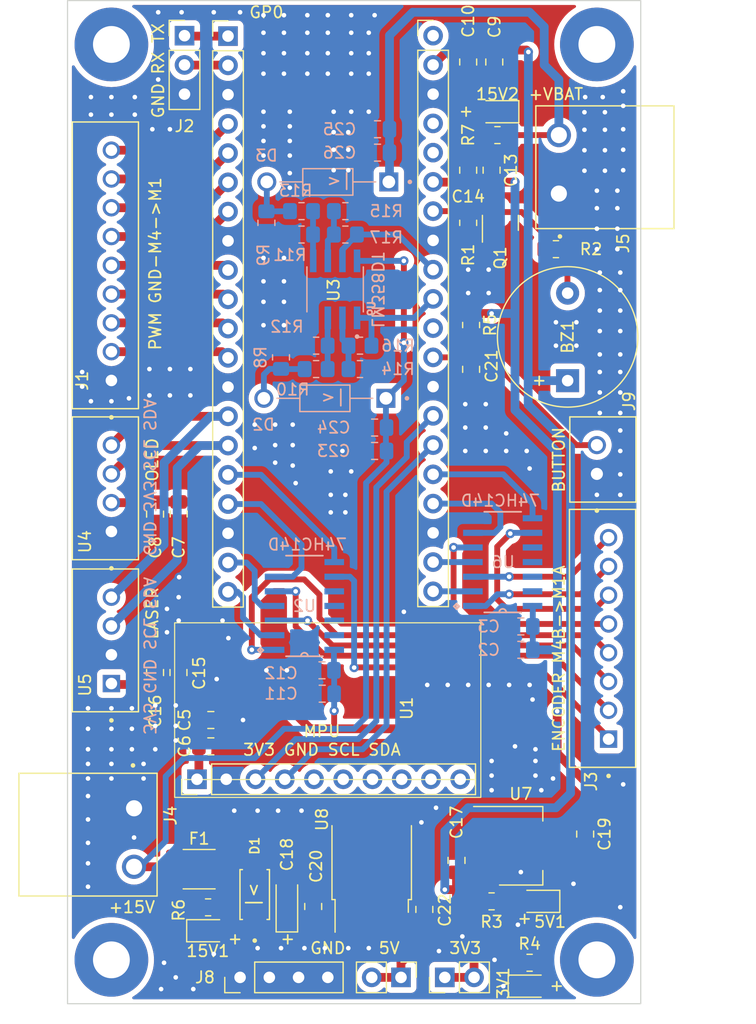
<source format=kicad_pcb>
(kicad_pcb (version 20221018) (generator pcbnew)
  (layers (0 "F.Cu" signal) (31 "B.Cu" signal) (34 "B.Paste" user) (35 "F.Paste" user) (36 "B.SilkS" user "B.Silkscreen") (37 "F.SilkS" user "F.Silkscreen") (38 "B.Mask" user) (39 "F.Mask" user) (44 "Edge.Cuts" user))
  (net 0 "")
  (net 1 "GND")
  (net 2 "Net-(3V1-A)")
  (net 3 "Net-(5V1-A)")
  (net 4 "Net-(15V1-A)")
  (net 5 "Net-(15V2-A)")
  (net 6 "+5V")
  (net 7 "Net-(BZ1-+)")
  (net 8 "+3V3")
  (net 9 "Net-(U8-IN)")
  (net 10 "Button1")
  (net 11 "+15V")
  (net 12 "V_bat")
  (net 13 "Net-(D1-PadA)")
  (net 14 "Net-(D2-PadA)")
  (net 15 "Net-(D3-PadA)")
  (net 16 "M1_PWM_R")
  (net 17 "M1_PWM_L")
  (net 18 "M2_PWM_R")
  (net 19 "M2_PWM_L")
  (net 20 "M3_PWM_R")
  (net 21 "M3_PWM_L")
  (net 22 "M4_PWM_R")
  (net 23 "M4_PWM_L")
  (net 24 "/TX")
  (net 25 "/RX")
  (net 26 "M1_ENC_A")
  (net 27 "M1_ENC_B")
  (net 28 "M2_ENC_A")
  (net 29 "M2_ENC_B")
  (net 30 "M3_ENC_A")
  (net 31 "M3_ENC_B")
  (net 32 "M4_ENC_A")
  (net 33 "M4_ENC_B")
  (net 34 "Net-(Q1-B)")
  (net 35 "Net-(Q1-C)")
  (net 36 "BUZZER1")
  (net 37 "Net-(U9-IN1+)")
  (net 38 "Net-(U9-IN2+)")
  (net 39 "Net-(U9-IN1-)")
  (net 40 "Net-(U9-IN2-)")
  (net 41 "ADC0")
  (net 42 "ADC1")
  (net 43 "MPU_SCL")
  (net 44 "MPU_SDA")
  (net 51 "M1_ENC_A'")
  (net 52 "M1_ENC_B'")
  (net 53 "M2_ENC_A'")
  (net 54 "M2_ENC_B'")
  (net 59 "OLED_LASER_SDA")
  (net 60 "OLED_LASER_SCL")
  (net 61 "M4_ENC_B'")
  (net 62 "M4_ENC_A'")
  (net 63 "M3_ENC_B'")
  (net 64 "M3_ENC_A'")
  (footprint "B2B-XH-A_LF__SN_:JST_B2B-XH-A(LF)(SN)" (layer "F.Cu") (at 182.643 65.512 -90)
    (fp_text reference "J9")
    (fp_text value "Button 1")
  )
  (footprint "LED_SMD:LED_0805_2012Metric_Pad1.15x1.40mm_HandSolder" (layer "F.Cu") (at 176.276 111.252)
    (fp_text reference "3V1")
    (fp_text value "LED")
  )
  (footprint "Connector_PinHeader_2.54mm:PinHeader_1x02_P2.54mm_Vertical" (layer "F.Cu") (at 168.91 110.49 90)
    (fp_text reference "J7" hide)
    (fp_text value "Power 3v3")
  )
  (footprint "Connector_PinHeader_2.54mm:PinHeader_1x02_P2.54mm_Vertical" (layer "F.Cu") (at 165.105 110.49 -90)
    (fp_text reference "J6" hide)
    (fp_text value "Power 5V")
  )
  (footprint "MountingHole:MountingHole_3.2mm_M3_Pad" (layer "F.Cu") (at 139.954 29.464)
    (fp_text reference "H1" hide)
    (fp_text value "MountingHole")
  )
  (footprint "Capacitor_SMD:C_0805_2012Metric_Pad1.18x1.45mm_HandSolder" (layer "F.Cu") (at 148.59 90.424 180)
    (fp_text reference "C6")
    (fp_text value "100n")
  )
  (footprint "Connector_PinHeader_2.54mm:PinHeader_1x03_P2.54mm_Vertical" (layer "F.Cu") (at 146.304 28.702)
    (fp_text reference "J2")
    (fp_text value "Conn_01x03_Pin")
  )
  (footprint "Package_TO_SOT_SMD:TO-252-2" (layer "F.Cu") (at 162.561 100.423 90)
    (fp_text reference "U8")
    (fp_text value "L7805")
  )
  (footprint "LED_SMD:LED_0805_2012Metric_Pad1.15x1.40mm_HandSolder" (layer "F.Cu") (at 148.352 106.4385)
    (fp_text reference "15V1")
    (fp_text value "LED")
  )
  (footprint "Capacitor_SMD:C_0805_2012Metric_Pad1.18x1.45mm_HandSolder" (layer "F.Cu") (at 173.2065 30.988 90)
    (fp_text reference "C9")
    (fp_text value "1u")
  )
  (footprint "Resistor_SMD:R_0805_2012Metric_Pad1.20x1.40mm_HandSolder" (layer "F.Cu") (at 148.352 104.4065)
    (fp_text reference "R6")
    (fp_text value "10k")
  )
  (footprint "Buzzer_Beeper:Buzzer_12x9.5RM7.6" (layer "F.Cu") (at 179.578 58.664 90)
    (fp_text reference "BZ1")
    (fp_text value "Buzzer")
  )
  (footprint "Hien_footprint:pico_pin" (layer "F.Cu") (at 162.0428 50.8508)
    (fp_text reference "U3")
    (fp_text value "~")
  )
  (footprint "Resistor_SMD:R_0805_2012Metric_Pad1.20x1.40mm_HandSolder" (layer "F.Cu") (at 178.562 47.244 180)
    (fp_text reference "R2")
    (fp_text value "0R")
  )
  (footprint "LED_SMD:LED_0805_2012Metric_Pad1.15x1.40mm_HandSolder" (layer "F.Cu") (at 173.482 35.306 180)
    (fp_text reference "15V2")
    (fp_text value "LED")
  )
  (footprint "Capacitor_Tantalum_SMD:CP_EIA-3216-18_Kemet-A_Pad1.58x1.35mm_HandSolder" (layer "F.Cu") (at 155.195 104.057 90)
    (fp_text reference "C18")
    (fp_text value "1u, 16V")
  )
  (footprint "Capacitor_SMD:C_0805_2012Metric_Pad1.18x1.45mm_HandSolder" (layer "F.Cu") (at 181.102 98.044 -90)
    (fp_text reference "C19")
    (fp_text value "100n")
  )
  (footprint "Fuse:Fuse_1812_4532Metric_Pad1.30x3.40mm_HandSolder" (layer "F.Cu") (at 147.574 101.092)
    (fp_text reference "F1")
    (fp_text value "Fuse")
  )
  (footprint "Resistor_SMD:R_0805_2012Metric_Pad1.20x1.40mm_HandSolder" (layer "F.Cu") (at 173.482 37.338 180)
    (fp_text reference "R7")
    (fp_text value "10k")
  )
  (footprint "MountingHole:MountingHole_3.2mm_M3_Pad" (layer "F.Cu") (at 182.118 108.966)
    (fp_text reference "H4" hide)
    (fp_text value "MountingHole")
  )
  (footprint "Capacitor_SMD:C_0805_2012Metric_Pad1.18x1.45mm_HandSolder" (layer "F.Cu") (at 148.59 88.138 180)
    (fp_text reference "C5")
    (fp_text value "1u")
  )
  (footprint "B4B-XH-A_LF__SN_:JST_B4B-XH-A(LF)(SN)" (layer "F.Cu") (at 139.429 81.22 90)
    (fp_text reference "U5")
    (fp_text value "~")
  )
  (footprint "Capacitor_SMD:C_0805_2012Metric_Pad1.18x1.45mm_HandSolder" (layer "F.Cu") (at 172.974 40.386 -90)
    (fp_text reference "C13")
    (fp_text value "1u")
  )
  (footprint "Capacitor_SMD:C_0805_2012Metric_Pad1.18x1.45mm_HandSolder" (layer "F.Cu") (at 143.747 70.2565 90)
    (fp_text reference "C8")
    (fp_text value "100n")
  )
  (footprint "Terminal_block_plug_5mm:TE_282814-2" (layer "F.Cu") (at 141.922 98.3435 -90)
    (fp_text reference "J4")
    (fp_text value "282814-2")
  )
  (footprint "Package_TO_SOT_SMD:SOT-223-3_TabPin2" (layer "F.Cu") (at 175.514 99.06)
    (fp_text reference "U7")
    (fp_text value "AMS1117-3.3")
  )
  (footprint "Capacitor_SMD:C_0805_2012Metric_Pad1.18x1.45mm_HandSolder" (layer "F.Cu") (at 157.481 104.3325 -90)
    (fp_text reference "C20")
    (fp_text value "100nF,50V")
  )
  (footprint "Capacitor_SMD:C_0805_2012Metric_Pad1.18x1.45mm_HandSolder" (layer "F.Cu") (at 145.779 84.014 -90)
    (fp_text reference "C15")
    (fp_text value "1u")
  )
  (footprint "Capacitor_SMD:C_0805_2012Metric_Pad1.18x1.45mm_HandSolder" (layer "F.Cu") (at 167.133 104.5865 -90)
    (fp_text reference "C22")
    (fp_text value "100nF,50V")
  )
  (footprint "Capacitor_SMD:C_0805_2012Metric_Pad1.18x1.45mm_HandSolder" (layer "F.Cu") (at 143.747 84.014 -90)
    (fp_text reference "C16")
    (fp_text value "100n")
  )
  (footprint "Capacitor_SMD:C_0805_2012Metric_Pad1.18x1.45mm_HandSolder" (layer "F.Cu") (at 169.926 100.33 -90)
    (fp_text reference "C17")
    (fp_text value "100n")
  )
  (footprint "B4B-XH-A_LF__SN_:JST_B4B-XH-A(LF)(SN)" (layer "F.Cu") (at 139.429 68.012 90)
    (fp_text reference "U4")
    (fp_text value "~")
  )
  (footprint "Connector_PinHeader_2.54mm:PinHeader_1x04_P2.54mm_Vertical" (layer "F.Cu") (at 151.13 110.49 90)
    (fp_text reference "J8")
    (fp_text value "GND")
  )
  (footprint "Capacitor_SMD:C_0805_2012Metric_Pad1.18x1.45mm_HandSolder" (layer "F.Cu") (at 171.196 57.6795 90)
    (fp_text reference "C21")
    (fp_text value "100n")
  )
  (footprint "Resistor_SMD:R_0805_2012Metric_Pad1.20x1.40mm_HandSolder" (layer "F.Cu") (at 171.196 53.832 -90)
    (fp_text reference "R5")
    (fp_text value "10k")
  )
  (footprint "MountingHole:MountingHole_3.2mm_M3_Pad" (layer "F.Cu") (at 182.118 29.464)
    (fp_text reference "H3" hide)
    (fp_text value "MountingHole")
  )
  (footprint "Capacitor_SMD:C_0805_2012Metric_Pad1.18x1.45mm_HandSolder" (layer "F.Cu") (at 170.942 40.386 -90)
    (fp_text reference "C14")
    (fp_text value "100n")
  )
  (footprint "Package_TO_SOT_SMD:SOT-23" (layer "F.Cu") (at 173.736 44.958 90)
    (fp_text reference "Q1")
    (fp_text value "2SC1815")
  )
  (footprint "LED_SMD:LED_0805_2012Metric_Pad1.15x1.40mm_HandSolder" (layer "F.Cu") (at 177.038 103.886 180)
    (fp_text reference "5V1")
    (fp_text value "LED")
  )
  (footprint "Resistor_SMD:R_0805_2012Metric_Pad1.20x1.40mm_HandSolder" (layer "F.Cu") (at 170.942 44.958 90)
    (fp_text reference "R1")
    (fp_text value "1k2")
  )
  (footprint "B9B-XH-A_LF__SN_:JST_B9B-XH-A(LF)(SN)" (layer "F.Cu") (at 139.429 48.648 90)
    (fp_text reference "J1")
    (fp_text value "B9B-XH-A(LF)(SN)")
  )
  (footprint "Hien_footprint:MPU9250" (layer "F.Cu") (at 141.59705 86.2218 90)
    (fp_text reference "U1")
    (fp_text value "~")
  )
  (footprint "MountingHole:MountingHole_3.2mm_M3_Pad" (layer "F.Cu") (at 139.954 108.966)
    (fp_text reference "H2" hide)
    (fp_text value "MountingHole")
  )
  (footprint "Resistor_SMD:R_0805_2012Metric_Pad1.20x1.40mm_HandSolder" (layer "F.Cu") (at 172.974 103.886)
    (fp_text reference "R3")
    (fp_text value "1k")
  )
  (footprint "Capacitor_SMD:C_0805_2012Metric_Pad1.18x1.45mm_HandSolder" (layer "F.Cu") (at 170.942 30.988 90)
    (fp_text reference "C10")
    (fp_text value "100n")
  )
  (footprint "Terminal_block_plug_5mm:TE_282814-2" (layer "F.Cu") (at 178.816 39.878 90)
    (fp_text reference "J5")
    (fp_text value "282814-2")
  )
  (footprint "Capacitor_SMD:C_0805_2012Metric_Pad1.18x1.45mm_HandSolder" (layer "F.Cu") (at 145.796 70.235 90)
    (fp_text reference "C7")
    (fp_text value "1u")
  )
  (footprint "Resistor_SMD:R_0805_2012Metric_Pad1.20x1.40mm_HandSolder" (layer "F.Cu") (at 176.276 109.22)
    (fp_text reference "R4")
    (fp_text value "330")
  )
  (footprint "B8B-XH-A_LF__SN_:JST_B8B-XH-A(LF)(SN)" (layer "F.Cu") (at 182.609 81.046 90)
    (fp_text reference "J3")
    (fp_text value "B8B-XH-A(LF)(SN)")
  )
  (footprint "RS1M:DIOM4330X250N" (layer "F.Cu") (at 152.401 103.295 90)
    (fp_text reference "D1")
    (fp_text value "RS1M")
  )
  (footprint "1N4742A:DIOAD1060W70L435D230" (layer "B.Cu") (at 158.496 60.198 180)
    (fp_text reference "D2")
    (fp_text value "1N4742A")
  )
  (footprint "Capacitor_SMD:C_0805_2012Metric_Pad1.18x1.45mm_HandSolder" (layer "B.Cu") (at 158.2635 85.852)
    (fp_text reference "C11")
    (fp_text value "1u")
  )
  (footprint "Resistor_SMD:R_0805_2012Metric_Pad1.20x1.40mm_HandSolder" (layer "B.Cu") (at 153.416 44.958 -90)
    (fp_text reference "R9")
    (fp_text value "100k")
  )
  (footprint "Resistor_SMD:R_0805_2012Metric_Pad1.20x1.40mm_HandSolder" (layer "B.Cu") (at 160.274 43.942 180)
    (fp_text reference "R15")
    (fp_text value "20k")
  )
  (footprint "74HC14D:SOIC127P600X175-14N" (layer "B.Cu") (at 173.9392 74.422)
    (fp_text reference "U6")
    (fp_text value "74HC14D")
  )
  (footprint "Resistor_SMD:R_0805_2012Metric_Pad1.20x1.40mm_HandSolder" (layer "B.Cu") (at 156.464 43.942)
    (fp_text reference "R11")
    (fp_text value "20k")
  )
  (footprint "Resistor_SMD:R_0805_2012Metric_Pad1.20x1.40mm_HandSolder" (layer "B.Cu") (at 161.544 55.626 180)
    (fp_text reference "R16")
    (fp_text value "10k")
  )
  (footprint "Capacitor_SMD:C_0805_2012Metric_Pad1.18x1.45mm_HandSolder" (layer "B.Cu") (at 162.814 64.77 180)
    (fp_text reference "C23")
    (fp_text value "1u")
  )
  (footprint "Capacitor_SMD:C_0805_2012Metric_Pad1.18x1.45mm_HandSolder" (layer "B.Cu") (at 175.514 82.042)
    (fp_text reference "C2")
    (fp_text value "1u")
  )
  (footprint "Capacitor_SMD:C_0805_2012Metric_Pad1.18x1.45mm_HandSolder" (layer "B.Cu") (at 162.814 62.738)
    (fp_text reference "C24")
    (fp_text value "100n")
  )
  (footprint "74HC14D:SOIC127P600X175-14N" (layer "B.Cu") (at 156.718 78.232)
    (fp_text reference "U2")
    (fp_text value "74HC14D")
  )
  (footprint "Capacitor_SMD:C_0805_2012Metric_Pad1.18x1.45mm_HandSolder" (layer "B.Cu") (at 163.068 38.862)
    (fp_text reference "C26")
    (fp_text value "100n")
  )
  (footprint "Capacitor_SMD:C_0805_2012Metric_Pad1.18x1.45mm_HandSolder" (layer "B.Cu") (at 175.514 80.01)
    (fp_text reference "C3")
    (fp_text value "100n")
  )
  (footprint "LM358DT:SOIC127P600X175-8N" (layer "B.Cu") (at 159.385 50.735 90)
    (fp_text reference "U9")
    (fp_text value "LM358DT")
  )
  (footprint "Resistor_SMD:R_0805_2012Metric_Pad1.20x1.40mm_HandSolder" (layer "B.Cu") (at 160.274 45.974 180)
    (fp_text reference "R17")
    (fp_text value "10k")
  )
  (footprint "1N4742A:DIOAD1060W70L435D230" (layer "B.Cu") (at 158.75 41.402 180)
    (fp_text reference "D3")
    (fp_text value "1N4742A")
  )
  (footprint "Resistor_SMD:R_0805_2012Metric_Pad1.20x1.40mm_HandSolder" (layer "B.Cu") (at 157.734 57.658)
    (fp_text reference "R10")
    (fp_text value "20k")
  )
  (footprint "Resistor_SMD:R_0805_2012Metric_Pad1.20x1.40mm_HandSolder" (layer "B.Cu") (at 161.544 57.658 180)
    (fp_text reference "R14")
    (fp_text value "20k")
  )
  (footprint "Capacitor_SMD:C_0805_2012Metric_Pad1.18x1.45mm_HandSolder" (layer "B.Cu") (at 163.068 36.83 180)
    (fp_text reference "C25")
    (fp_text value "1u")
  )
  (footprint "Resistor_SMD:R_0805_2012Metric_Pad1.20x1.40mm_HandSolder" (layer "B.Cu") (at 154.686 56.642 90)
    (fp_text reference "R8")
    (fp_text value "100k")
  )
  (footprint "Resistor_SMD:R_0805_2012Metric_Pad1.20x1.40mm_HandSolder" (layer "B.Cu") (at 157.734 55.626 180)
    (fp_text reference "R12")
    (fp_text value "10k")
  )
  (footprint "Resistor_SMD:R_0805_2012Metric_Pad1.20x1.40mm_HandSolder" (layer "B.Cu") (at 156.464 45.974 180)
    (fp_text reference "R13")
    (fp_text value "10k")
  )
  (footprint "Capacitor_SMD:C_0805_2012Metric_Pad1.18x1.45mm_HandSolder" (layer "B.Cu") (at 158.242 83.82)
    (fp_text reference "C12")
    (fp_text value "100n")
  )
  (gr_rect (start 136.144 25.654) (end 185.928 112.776) (stroke (width 0.1)) (fill none) (layer "Edge.Cuts"))
  (gr_text "74HC14D" (at 173.736 69.088) (layer "B.SilkS") (effects (font (size 1 1)) (justify mirror)))
  (gr_text "." (at 152.908 80.01) (layer "B.SilkS") (effects (font (size 5 5)) (justify mirror)))
  (gr_text "74HC14D" (at 156.972 72.898) (layer "B.SilkS") (effects (font (size 1 1)) (justify mirror)))
  (gr_text "LM358DT" (at 163.068 50.8 -90) (layer "B.SilkS") (effects (font (size 1 1)) (justify mirror)))
  (gr_text ">|" (at 159.766 41.402 180) (layer "B.SilkS") (effects (font (size 1 1)) (justify mirror)))
  (gr_text "." (at 169.926 76.2) (layer "B.SilkS") (effects (font (size 5 5)) (justify mirror)))
  (gr_text ">|" (at 159.258 60.198 180) (layer "B.SilkS") (effects (font (size 1 1)) (justify mirror)))
  (gr_text "3V3 GND SCL SDA" (at 143.256 82.55 -90) (layer "B.SilkS") (effects (font (size 1 1)) (justify mirror)))
  (gr_text "GND 3V3 SCL SDA" (at 143.256 67.056 -90) (layer "B.SilkS") (effects (font (size 1 1)) (justify mirror)))
  (gr_text "OLED" (at 143.51 65.532 90) (layer "F.SilkS") (effects (font (size 1 1))))
  (gr_text "+" (at 155.194 107.188 90) (layer "F.SilkS") (effects (font (size 1 1))))
  (gr_text "+" (at 175.768 105.41 90) (layer "F.SilkS") (effects (font (size 1 1))))
  (gr_text "+" (at 170.688 35.306 90) (layer "F.SilkS") (effects (font (size 1 1))))
  (gr_text "+15V" (at 141.732 104.394) (layer "F.SilkS") (effects (font (size 1 1))))
  (gr_text "+" (at 178.562 111.252 90) (layer "F.SilkS") (effects (font (size 1 1))))
  (gr_text "BUTTON" (at 178.816 65.532 90) (layer "F.SilkS") (effects (font (size 1 1))))
  (gr_text "MPU\n3V3 GND SCL SDA" (at 158.242 89.916) (layer "F.SilkS") (effects (font (size 1 1))))
  (gr_text "GP0" (at 153.416 26.67) (layer "F.SilkS") (effects (font (size 1 1))))
  (gr_text "GND RX TX" (at 144.018 31.75 90) (layer "F.SilkS") (effects (font (size 1 1))))
  (gr_text "+VBAT" (at 178.562 33.782) (layer "F.SilkS") (effects (font (size 1 1))))
  (gr_text "ENCODER M4B->M1A" (at 178.816 82.804 90) (layer "F.SilkS") (effects (font (size 1 1))))
  (gr_text ">|" (at 152.4 103.378 -90) (layer "F.SilkS") (effects (font (size 1 1))))
  (gr_text "LASER \n" (at 143.51 78.486 90) (layer "F.SilkS") (effects (font (size 1 1))))
  (gr_text "5V" (at 164.084 107.95) (layer "F.SilkS") (effects (font (size 1 1))))
  (gr_text "GND" (at 158.75 107.95) (layer "F.SilkS") (effects (font (size 1 1))))
  (gr_text "+" (at 150.622 107.188 90) (layer "F.SilkS") (effects (font (size 1 1))))
  (gr_text "3V3" (at 170.688 107.95) (layer "F.SilkS") (effects (font (size 1 1))))
  (gr_text "PWM GND-M4->M1" (at 143.764 48.514 90) (layer "F.SilkS") (effects (font (size 1 1))))
  (segment (start 149.6275 88.138) (end 149.6275 90.424) (width 0.508) (layer "F.Cu") (net 1))
  (segment (start 169.672 97.182) (end 170.094 96.76) (width 1.27) (layer "F.Cu") (net 1))
  (segment (start 142.066 71.294) (end 141.478 71.882) (width 0.762) (layer "F.Cu") (net 1))
  (segment (start 150.9716 58.332) (end 150.0828 59.2208) (width 0.762) (layer "F.Cu") (net 1))
  (segment (start 170.932921 39.3485) (end 170.942 39.3485) (width 0.508) (layer "F.Cu") (net 1))
  (segment (start 155.956 46.482) (end 157.48 46.482) (width 1.27) (layer "F.Cu") (net 1))
  (segment (start 146.319 33.797) (end 150.059 33.797) (width 0.762) (layer "F.Cu") (net 1))
  (segment (start 139.446 101.6) (end 139.446 97.028) (width 1.27) (layer "F.Cu") (net 1))
  (segment (start 145.779 82.9765) (end 143.747 82.9765) (width 0.762) (layer "F.Cu") (net 1))
  (segment (start 172.974 39.3485) (end 170.942 39.3485) (width 0.508) (layer "F.Cu") (net 1))
  (segment (start 143.747 82.9765) (end 141.9045 82.9765) (width 0.762) (layer "F.Cu") (net 1))
  (segment (start 147.327 106.4385) (end 147.3075 106.4385) (width 0.762) (layer "F.Cu") (net 1))
  (segment (start 174.686 47.056) (end 173.99 47.752) (width 0.508) (layer "F.Cu") (net 1))
  (segment (start 170.942 39.3485) (end 170.942 33.782) (width 0.762) (layer "F.Cu") (net 1))
  (segment (start 174.686 45.8955) (end 174.686 47.056) (width 0.508) (layer "F.Cu") (net 1))
  (segment (start 182.118 66.762) (end 180.554 66.762) (width 0.508) (layer "F.Cu") (net 1))
  (segment (start 146.304 33.782) (end 146.319 33.797) (width 0.762) (layer "F.Cu") (net 1))
  (segment (start 182.078 66.802) (end 182.118 66.762) (width 0.762) (layer "F.Cu") (net 1))
  (segment (start 149.86 97.536) (end 155.194 97.536) (width 1.27) (layer "F.Cu") (net 1))
  (segment (start 157.481 103.295) (end 157.481 97.537) (width 0.762) (layer "F.Cu") (net 1))
  (segment (start 157.48 64.77) (end 157.48 57.912) (width 1.27) (layer "F.Cu") (net 1))
  (segment (start 171.196 58.717) (end 168.359 58.717) (width 0.508) (layer "F.Cu") (net 1))
  (segment (start 180.554 66.762) (end 172.509 58.717) (width 0.508) (layer "F.Cu") (net 1))
  (segment (start 139.954 58.648) (end 149.51 58.648) (width 0.762) (layer "F.Cu") (net 1))
  (segment (start 165.354 78.74) (end 165.354 71.882) (width 1.27) (layer "F.Cu") (net 1))
  (segment (start 150.1216 33.782) (end 150.0828 33.8208) (width 1.27) (layer "F.Cu") (net 1))
  (segment (start 145.779 79.519) (end 145.779 82.9765) (width 0.762) (layer "F.Cu") (net 1))
  (segment (start 150.181723 59.2208) (end 150.0828 59.2208) (width 1.27) (layer "F.Cu") (net 1))
  (segment (start 169.164 47.752) (end 167.894 46.482) (width 0.508) (layer "F.Cu") (net 1))
  (segment (start 148.1275 95.8035) (end 149.86 97.536) (width 1.27) (layer "F.Cu") (net 1))
  (segment (start 149.6275 92.98225) (end 149.92825 93.283) (width 0.508) (layer "F.Cu") (net 1))
  (segment (start 149.6275 90.424) (end 149.6275 92.98225) (width 0.508) (layer "F.Cu") (net 1))
  (segment (start 140.074 71.882) (end 139.954 71.762) (width 0.762) (layer "F.Cu") (net 1))
  (segment (start 172.98 96.144) (end 175.006 96.144) (width 1.27) (layer "F.Cu") (net 1))
  (segment (start 157.48 57.912) (end 157.48 46.482) (width 1.27) (layer "F.Cu") (net 1))
  (segment (start 173.2065 32.0255) (end 173.228 32.047) (width 0.762) (layer "F.Cu") (net 1))
  (segment (start 155.195 102.6195) (end 155.195 97.537) (width 0.762) (layer "F.Cu") (net 1))
  (segment (start 149.6275 88.138) (end 151.384 88.138) (width 0.508) (layer "F.Cu") (net 1))
  (segment (start 167.894 46.482) (end 155.956 46.482) (width 1.27) (layer "F.Cu") (net 1))
  (segment (start 167.894 59.182) (end 167.795077 59.182) (width 1.27) (layer "F.Cu") (net 1))
  (segment (start 155.195 97.537) (end 155.194 97.536) (width 0.762) (layer "F.Cu") (net 1))
  (segment (start 141.398 82.47) (end 139.954 82.47) (width 0.762) (layer "F.Cu") (net 1))
  (segment (start 149.51 58.648) (end 150.0828 59.2208) (width 0.762) (layer "F.Cu") (net 1))
  (segment (start 170.094 96.76) (end 172.364 96.76) (width 1.27) (layer "F.Cu") (net 1))
  (segment (start 167.894 59.182) (end 167.044 58.332) (width 0.762) (layer "F.Cu") (net 1))
  (segment (start 170.942 33.782) (end 173.228 33.782) (width 0.762) (layer "F.Cu") (net 1))
  (segment (start 157.481 97.537) (end 157.48 97.536) (width 0.762) (layer "F.Cu") (net 1))
  (segment (start 173.228 32.047) (end 173.228 33.782) (width 0.762) (layer "F.Cu") (net 1))
  (segment (start 162.56 100.262) (end 163.5295 99.2925) (width 1.27) (layer "F.Cu") (net 1))
  (segment (start 145.796 79.502) (end 145.779 79.519) (width 0.762) (layer "F.Cu") (net 1))
  (segment (start 167.133 103.549) (end 167.133 99.2935) (width 0.762) (layer "F.Cu") (net 1))
  (segment (start 153.67 110.49) (end 151.13 110.49) (width 0.762) (layer "F.Cu") (net 1))
  (segment (start 166.37 99.2925) (end 167.132 99.2925) (width 1.27) (layer "F.Cu") (net 1))
  (segment (start 141.9045 82.9765) (end 141.398 82.47) (width 0.762) (layer "F.Cu") (net 1))
  (segment (start 165.862 71.882) (end 165.354 71.882) (width 1.27) (layer "F.Cu") (net 1))
  (segment (start 147.3075 106.4385) (end 145.796 107.95) (width 0.762) (layer "F.Cu") (net 1))
  (segment (start 150.1216 46.482) (end 155.956 46.482) (width 1.27) (layer "F.Cu") (net 1))
  (segment (start 173.2065 32.0255) (end 173.491 32.31) (width 0.508) (layer "F.Cu") (net 1))
  (segment (start 163.5295 99.2925) (end 166.37 99.2925) (width 1.27) (layer "F.Cu") (net 1))
  (segment (start 165.354 71.882) (end 163.068 71.882) (width 1.27) (layer "F.Cu") (net 1))
  (segment (start 172.509 58.717) (end 171.196 58.717) (width 0.508) (layer "F.Cu") (net 1))
  (segment (start 150.0828 46.5208) (end 150.1216 46.482) (width 1.27) (layer "F.Cu") (net 1))
  (segment (start 167.133 99.2935) (end 167.132 99.2925) (width 0.762) (layer "F.Cu") (net 1))
  (segment (start 160.02 64.77) (end 157.48 64.77) (width 0.762) (layer "F.Cu") (net 1))
  (segment (start 167.044 58.332) (end 150.9716 58.332) (width 0.762) (layer "F.Cu") (net 1))
  (segment (start 173.99 33.782) (end 174.507 34.299) (width 0.762) (layer "F.Cu") (net 1))
  (segment (start 175.7465 39.3485) (end 178.816 42.418) (width 0.508) (layer "F.Cu") (net 1))
  (segment (start 145.7745 71.294) (end 145.796 71.2725) (width 0.762) (layer "F.Cu") (net 1))
  (segment (start 167.894 33.782) (end 170.942 33.782) (width 0.762) (layer "F.Cu") (net 1))
  (segment (start 145.796 107.95) (end 139.446 101.6) (width 1.27) (layer "F.Cu") (net 1))
  (segment (start 172.974 39.3485) (end 175.7465 39.3485) (width 0.508) (layer "F.Cu") (net 1))
  (segment (start 150.059 33.797) (end 150.0828 33.8208) (width 0.762) (layer "F.Cu") (net 1))
  (segment (start 157.48 97.536) (end 163.034 97.536) (width 1.27) (layer "F.Cu") (net 1))
  (segment (start 151.13 110.49) (end 148.336 110.49) (width 1.27) (layer "F.Cu") (net 1))
  (segment (start 167.132 99.2925) (end 169.672 99.2925) (width 1.27) (layer "F.Cu") (net 1))
  (segment (start 155.194 97.536) (end 157.48 97.536) (width 1.27) (layer "F.Cu") (net 1))
  (segment (start 167.894 71.882) (end 163.068 71.882) (width 1.27) (layer "F.Cu") (net 1))
  (segment (start 180.2395 96.144) (end 181.102 97.0065) (width 1.27) (layer "F.Cu") (net 1))
  (segment (start 139.446 97.028) (end 140.6705 95.8035) (width 1.27) (layer "F.Cu") (net 1))
  (segment (start 148.336 110.49) (end 145.796 107.95) (width 1.27) (layer "F.Cu") (net 1))
  (segment (start 169.672 99.2925) (end 169.672 97.182) (width 1.27) (layer "F.Cu") (net 1))
  (segment (start 153.67 90.424) (end 175.006 90.424) (width 1.27) (layer "F.Cu") (net 1))
  (segment (start 157.48 71.882) (end 157.48 64.77) (width 1.27) (layer "F.Cu") (net 1))
  (segment (start 173.2065 32.0255) (end 170.9205 32.0255) (width 0.762) (layer "F.Cu") (net 1))
  (segment (start 157.48 46.482) (end 157.48 33.782) (width 1.27) (layer "F.Cu") (net 1))
  (segment (start 175.251 111.252) (end 173.99 111.252) (width 0.762) (layer "F.Cu") (net 1))
  (segment (start 150.0828 71.9208) (end 150.1216 71.882) (width 1.27) (layer "F.Cu") (net 1))
  (segment (start 175.006 96.144) (end 175.006 90.424) (width 1.27) (layer "F.Cu") (net 1))
  (segment (start 172.364 96.76) (end 172.98 96.144) (width 1.27) (layer "F.Cu") (net 1))
  (segment (start 143.747 71.294) (end 145.7745 71.294) (width 0.762) (layer "F.Cu") (net 1))
  (segment (start 151.384 88.138) (end 153.67 90.424) (width 1.27) (layer "F.Cu") (net 1))
  (segment (start 145.796 71.2725) (end 145.796 75.692) (width 0.762) (layer "F.Cu") (net 1))
  (segment (start 178.063 104.893) (end 178.063 103.886) (width 0.762) (layer "F.Cu") (net 1))
  (segment (start 150.1216 71.882) (end 163.068 71.882) (width 1.27) (layer "F.Cu") (net 1))
  (segment (start 175.006 96.144) (end 180.2395 96.144) (width 1.27) (layer "F.Cu") (net 1))
  (segment (start 173.228 33.782) (end 173.99 33.782) (width 0.762) (layer "F.Cu") (net 1))
  (segment (start 177.038 105.918) (end 178.063 104.893) (width 0.762) (layer "F.Cu") (net 1))
  (segment (start 141.478 71.882) (end 140.074 71.882) (width 0.762) (layer "F.Cu") (net 1))
  (segment (start 140.6705 95.8035) (end 148.1275 95.8035) (width 1.27) (layer "F.Cu") (net 1))
  (segment (start 145.796 75.692) (end 145.835305 75.731305) (width 0.762) (layer "F.Cu") (net 1))
  (segment (start 167.894 33.782) (end 150.1216 33.782) (width 1.27) (layer "F.Cu") (net 1))
  (segment (start 174.507 34.299) (end 174.507 35.306) (width 0.762) (layer "F.Cu") (net 1))
  (segment (start 156.21 110.49) (end 153.67 110.49) (width 0.762) (layer "F.Cu") (net 1))
  (segment (start 158.75 110.49) (end 156.21 110.49) (width 0.762) (layer "F.Cu") (net 1))
  (segment (start 143.747 71.294) (end 142.066 71.294) (width 0.762) (layer "F.Cu") (net 1))
  (segment (start 173.99 47.752) (end 169.164 47.752) (width 0.508) (layer "F.Cu") (net 1))
  (segment (start 168.359 58.717) (end 167.894 59.182) (width 0.508) (layer "F.Cu") (net 1))
  (segment (start 175.26 105.918) (end 177.038 105.918) (width 0.762) (layer "F.Cu") (net 1))
  (segment (start 163.034 97.536) (end 164.085 98.587) (width 1.27) (layer "F.Cu") (net 1))
  (via (at 176.784 92.964) (size 0.8) (drill 0.4) (layers "F.Cu" "B.Cu") (net 1))
  (via (at 142.748 91.948) (size 0.8) (drill 0.4) (layers "F.Cu" "B.Cu") (net 1))
  (via (at 182.372 56.388) (size 0.8) (drill 0.4) (layers "F.Cu" "B.Cu") (net 1))
  (via (at 160.528 107.95) (size 0.8) (drill 0.4) (layers "F.Cu" "B.Cu") (net 1))
  (via (at 184.404 36.83) (size 0.8) (drill 0.4) (layers "F.Cu" "B.Cu") (net 1))
  (via (at 184.15 56.388) (size 0.8) (drill 0.4) (layers "F.Cu" "B.Cu") (net 1))
  (via (at 160.782 35.306) (size 0.8) (drill 0.4) (layers "F.Cu" "B.Cu") (net 1))
  (via (at 177.292 94.234) (size 0.8) (drill 0.4) (layers "F.Cu" "B.Cu") (net 1))
  (via (at 174.244 64.77) (size 0.8) (drill 0.4) (layers "F.Cu" "B.Cu") (net 1))
  (via (at 182.118 42.164) (size 0.8) (drill 0.4) (layers "F.Cu" "B.Cu") (net 1))
  (via (at 153.162 39.116) (size 0.8) (drill 0.4) (layers "F.Cu" "B.Cu") (net 1))
  (via (at 160.528 38.608) (size 0.8) (drill 0.4) (layers "F.Cu" "B.Cu") (net 1))
  (via (at 170.434 106.934) (size 0.8) (drill 0.4) (layers "F.Cu" "B.Cu") (net 1))
  (via (at 160.274 70.104) (size 0.8) (drill 0.4) (layers "F.Cu" "B.Cu") (net 1))
  (via (at 159.258 38.608) (size 0.8) (drill 0.4) (layers "F.Cu" "B.Cu") (net 1))
  (via (at 172.974 92.964) (size 0.8) (drill 0.4) (layers "F.Cu" "B.Cu") (net 1))
  (via (at 137.922 91.948) (size 0.8) (drill 0.4) (layers "F.Cu" "B.Cu") (net 1))
  (via (at 155.956 67.564) (size 0.8) (drill 0.4) (layers "F.Cu" "B.Cu") (net 1))
  (via (at 137.414 59.182) (size 0.8) (drill 0.4) (layers "F.Cu" "B.Cu") (net 1))
  (via (at 144.78 78.486) (size 0.8) (drill 0.4) (layers "F.Cu" "B.Cu") (net 1))
  (via (at 144.78 80.518) (size 0.8) (drill 0.4) (layers "F.Cu" "B.Cu") (net 1))
  (via (at 158.75 32.004) (size 0.8) (drill 0.4) (layers "F.Cu" "B.Cu") (net 1))
  (via (at 170.942 51.054) (size 0.8) (drill 0.4) (layers "F.Cu" "B.Cu") (net 1))
  (via (at 151.13 26.67) (size 0.8) (drill 0.4) (layers "F.Cu" "B.Cu") (net 1))
  (via (at 152.4 64.516) (size 0.8) (drill 0.4) (layers "F.Cu" "B.Cu") (net 1))
  (via (at 183.896 45.466) (size 0.8) (drill 0.4) (layers "F.Cu" "B.Cu") (net 1))
  (via (at 176.276 66.294) (size 0.8) (drill 0.4) (layers "F.Cu" "B.Cu") (net 1))
  (via (at 145.796 77.47) (size 0.8) (drill 0.4) (layers "F.Cu" "B.Cu") (net 1))
  (via (at 156.972 28.448) (size 0.8) (drill 0.4) (layers "F.Cu" "B.Cu") (net 1))
  (via (at 160.782 28.448) (size 0.8) (drill 0.4) (layers "F.Cu" "B.Cu") (net 1))
  (via (at 154.686 107.95) (size 0.8) (drill 0.4) (layers "F.Cu" "B.Cu") (net 1))
  (via (at 183.896 42.164) (size 0.8) (drill 0.4) (layers "F.Cu" "B.Cu") (net 1))
  (via (at 138.176 34.036) (size 0.8) (drill 0.4) (layers "F.Cu" "B.Cu") (net 1))
  (via (at 156.718 107.95) (size 0.8) (drill 0.4) (layers "F.Cu" "B.Cu") (net 1))
  (via (at 182.816 36.8755) (size 0.8) (drill 0.4) (layers "F.Cu" "B.Cu") (net 1))
  (via (at 162.814 26.924) (size 0.8) (drill 0.4) (layers "F.Cu" "B.Cu") (net 1))
  (via (at 144.526 109.22) (size 0.8) (drill 0.4) (layers "F.Cu" "B.Cu") (net 1))
  (via (at 156.972 32.004) (size 0.8) (drill 0.4) (layers "F.Cu" "B.Cu") (net 1))
  (via (at 184.404 93.726) (size 0.8) (drill 0.4) (layers "F.Cu" "B.Cu") (net 1))
  (via (at 155.448 39.116) (size 0.8) (drill 0.4) (layers "F.Cu" "B.Cu") (net 1))
  (via (at 175.514 101.346) (size 0.8) (drill 0.4) (layers "F.Cu" "B.Cu") (net 1))
  (via (at 137.922 93.218) (size 0.8) (drill 0.4) (layers "F.Cu" "B.Cu") (net 1))
  (via (at 137.922 94.742) (size 0.8) (drill 0.4) (layers "F.Cu" "B.Cu") (net 1))
  (via (at 145.835305 75.731305) (size 0.8) (drill 0.4) (layers "F.Cu" "B.Cu") (net 1))
  (via (at 182.816 38.6535) (size 0.8) (drill 0.4) (layers "F.Cu" "B.Cu") (net 1))
  (via (at 139.954 60.452) (size 0.8) (drill 0.4) (layers "F.Cu" "B.Cu") (net 1))
  (via (at 154.94 51.816) (size 0.8) (drill 0.4) (layers "F.Cu" "B.Cu") (net 1))
  (via (at 143.51 36.83) (size 0.8) (drill 0.4) (layers "F.Cu" "B.Cu") (net 1))
  (via (at 182.118 68.58) (size 0.8) (drill 0.4) (layers "F.Cu" "B.Cu") (net 1))
  (via (at 162.306 28.448) (size 0.8) (drill 0.4) (layers "F.Cu" "B.Cu") (net 1))
  (via (at 175.006 90.424) (size 0.8) (drill 0.4) (layers "F.Cu" "B.Cu") (net 1))
  (via (at 182.372 59.69) (size 0.8) (drill 0.4) (layers "F.Cu" "B.Cu") (net 1))
  (via (at 184.15 62.992) (size 0.8) (drill 0.4) (layers "F.Cu" "B.Cu") (net 1))
  (via (at 154.94 26.924) (size 0.8) (drill 0.4) (layers "F.Cu" "B.Cu") (net 1))
  (via (at 141.478 60.198) (size 0.8) (drill 0.4) (layers "F.Cu" "B.Cu") (net 1))
  (via (at 156.464 96.012) (size 0.8) (drill 0.4) (layers "F.Cu" "B.Cu") (net 1))
  (via (at 183.896 43.688) (size 0.8) (drill 0.4) (layers "F.Cu" "B.Cu") (net 1))
  (via (at 150.622 96.012) (size 0.8) (drill 0.4) (layers "F.Cu" "B.Cu") (net 1))
  (via (at 139.954 34.036) (size 0.8) (drill 0.4) (layers "F.Cu" "B.Cu") (net 1))
  (via (at 153.162 30.226) (size 0.8) (drill 0.4) (layers "F.Cu" "B.Cu") (net 1))
  (via (at 153.162 26.924) (size 0.8) (drill 0.4) (layers "F.Cu" "B.Cu") (net 1))
  (via (at 153.162 53.848) (size 0.8) (drill 0.4) (layers "F.Cu" "B.Cu") (net 1))
  (via (at 160.782 32.004) (size 0.8) (drill 0.4) (layers "F.Cu" "B.Cu") (net 1))
  (via (at 178.562 53.594) (size 0.8) (drill 0.4) (layers "F.Cu" "B.Cu") (net 1))
  (via (at 150.114 81.026) (size 0.8) (drill 0.4) (layers "F.Cu" "B.Cu") (net 1))
  (via (at 154.178 62.484) (size 0.8) (drill 0.4) (layers "F.Cu" "B.Cu") (net 1))
  (via (at 154.94 28.448) (size 0.8) (drill 0.4) (layers "F.Cu" "B.Cu") (net 1))
  (via (at 153.162 48.006) (size 0.8) (drill 0.4) (layers "F.Cu" "B.Cu") (net 1))
  (via (at 174.244 63.246) (size 0.8) (drill 0.4) (layers "F.Cu" "B.Cu") (net 1))
  (via (at 182.118 45.466) (size 0.8) (drill 0.4) (layers "F.Cu" "B.Cu") (net 1))
  (via (at 143.256 59.944) (size 0.8) (drill 0.4) (layers "F.Cu" "B.Cu") (net 1))
  (via (at 145.542 89.916) (size 0.8) (drill 0.4) (layers "F.Cu" "B.Cu") (net 1))
  (via (at 180.086 102.362) (size 0.8) (drill 0.4) (layers "F.Cu" "B.Cu") (net 1))
  (via (at 159.258 40.386) (size 0.8) (drill 0.4) (layers "F.Cu" "B.Cu") (net 1))
  (via (at 154.178 65.786) (size 0.8) (drill 0.4) (layers "F.Cu" "B.Cu") (net 1))
  (via (at 184.15 68.58) (size 0.8) (drill 0.4) (layers "F.Cu" "B.Cu") (net 1))
  (via (at 181.038 40.4315) (size 0.8) (drill 0.4) (layers "F.Cu" "B.Cu") (net 1))
  (via (at 137.922 102.616) (size 0.8) (drill 0.4) (layers "F.Cu" "B.Cu") (net 1))
  (via (at 172.974 91.694) (size 0.8) (drill 0.4) (layers "F.Cu" "B.Cu") (net 1))
  (via (at 160.782 66.548) (size 0.8) (drill 0.4) (layers "F.Cu" "B.Cu") (net 1))
  (via (at 137.922 100.584) (size 0.8) (drill 0.4) (layers "F.Cu" "B.Cu") (net 1))
  (via (at 144.272 111.506) (size 0.8) (drill 0.4) (layers "F.Cu" "B.Cu") (net 1))
  (via (at 155.448 37.846) (size 0.8) (drill 0.4) (layers "F.Cu" "B.Cu") (net 1))
  (via (at 149.606 79.502) (size 0.8) (drill 0.4) (layers "F.Cu" "B.Cu") (net 1))
  (via (at 144.018 32.512) (size 0.8) (drill 0.4) (layers "F.Cu" "B.Cu") (net 1))
  (via (at 172.72 51.054) (size 0.8) (drill 0.4) (layers "F.Cu" "B.Cu") (net 1))
  (via (at 181.038 36.8755) (size 0.8) (drill 0.4) (layers "F.Cu" "B.Cu") (net 1))
  (via (at 184.15 64.77) (size 0.8) (drill 0.4) (layers "F.Cu" "B.Cu") (net 1))
  (via (at 149.098 84.582) (size 0.8) (drill 0.4) (layers "F.Cu" "B.Cu") (net 1))
  (via (at 153.162 32.004) (size 0.8) (drill 0.4) (layers "F.Cu" "B.Cu") (net 1))
  (via (at 176.53 86.36) (size 0.8) (drill 0.4) (layers "F.Cu" "B.Cu") (net 1))
  (via (at 137.922 96.774) (size 0.8) (drill 0.4) (layers "F.Cu" "B.Cu") (net 1))
  (via (at 141.732 88.9) (size 0.8) (drill 0.4) (layers "F.Cu" "B.Cu") (net 1))
  (via (at 156.972 30.226) (size 0.8) (drill 0.4) (layers "F.Cu" "B.Cu") (net 1))
  (via (at 184.15 54.356) (size 0.8) (drill 0.4) (layers "F.Cu" "B.Cu") (net 1))
  (via (at 143.764 86.868) (size 0.8) (drill 0.4) (layers "F.Cu" "B.Cu") (net 1))
  (via (at 137.922 90.678) (size 0.8) (drill 0.4) (layers "F.Cu" "B.Cu") (net 1))
  (via (at 155.702 62.484) (size 0.8) (drill 0.4) (layers "F.Cu" "B.Cu") (net 1))
  (via (at 153.162 50.038) (size 0.8) (drill 0.4) (layers "F.Cu" "B.Cu") (net 1))
  (via (at 162.306 35.306) (size 0.8) (drill 0.4) (layers "F.Cu" "B.Cu") (net 1))
  (via (at 184.15 49.276) (size 0.8) (drill 0.4) (layers "F.Cu" "B.Cu") (net 1))
  (via (at 182.372 54.356) (size 0.8) (drill 0.4) (layers "F.Cu" "B.Cu") (net 1))
  (via (at 153.162 37.846) (size 0.8) (drill 0.4) (layers "F.Cu" "B.Cu") (net 1))
  (via (at 145.034 57.658) (size 0.8) (drill 0.4) (layers "F.Cu" "B.Cu") (net 1))
  (via (at 159.258 35.306) (size 0.8) (drill 0.4) (layers "F.Cu" "B.Cu") (net 1))
  (via (at 162.306 32.004) (size 0.8) (drill 0.4) (layers "F.Cu" "B.Cu") (net 1))
  (via (at 160.274 68.58) (size 0.8) (drill 0.4) (layers "F.Cu" "B.Cu") (net 1))
  (via (at 142.748 93.218) (size 0.8) (drill 0.4) (layers "F.Cu" "B.Cu") (net 1))
  (via (at 139.954 91.948) (size 0.8) (drill 0.4) (layers "F.Cu" "B.Cu") (net 1))
  (via (at 172.974 94.234) (size 0.8) (drill 0.4) (layers "F.Cu" "B.Cu") (net 1))
  (via (at 184.15 66.802) (size 0.8) (drill 0.4) (layers "F.Cu" "B.Cu") (net 1))
  (via (at 138.176 35.56) (size 0.8) (drill 0.4) (layers "F.Cu" "B.Cu") (net 1))
  (via (at 147.066 111.506) (size 0.8) (drill 0.4) (layers "F.Cu" "B.Cu") (net 1))
  (via (at 137.922 98.806) (size 0.8) (drill 0.4) (layers "F.Cu" "B.Cu") (net 1))
  (via (at 145.542 86.868) (size 0.8) (drill 0.4) (layers "F.Cu" "B.Cu") (net 1))
  (via (at 172.72 49.022) (size 0.8) (drill 0.4) (layers "F.Cu" "B.Cu") (net 1))
  (via (at 153.162 36.576) (size 0.8) (drill 0.4) (layers "F.Cu" "B.Cu") (net 1))
  (via (at 144.018 26.67) (size 0.8) (drill 0.4) (layers "F.Cu" "B.Cu") (net 1))
  (via (at 141.986 35.56) (size 0.8) (drill 0.4) (layers "F.Cu" "B.Cu") (net 1))
  (via (at 159.004 70.104) (size 0.8) (drill 0.4) (layers "F.Cu" "B.Cu") (net 1))
  (via (at 139.954 35.56) (size 0.8) (drill 0.4) (layers "F.Cu" "B.Cu") (net 1))
  (via (at 182.372 61.468) (size 0.8) (drill 0.4) (layers "F.Cu" "B.Cu") (net 1))
  (via (at 152.654 96.012) (size 0.8) (drill 0.4) (layers "F.Cu" "B.Cu") (net 1))
  (via (at 152.4 62.484) (size 0.8) (drill 0.4) (layers "F.Cu" "B.Cu") (net 1))
  (via (at 145.542 88.646) (size 0.8) (drill 0.4) (layers "F.Cu" "B.Cu") (net 1))
  (via (at 155.448 41.91) (size 0.8) (drill 0.4) (layers "F.Cu" "B.Cu") (net 1))
  (via (at 153.416 83.82) (size 0.8) (drill 0.4) (layers "F.Cu" "B.Cu") (net 1))
  (via (at 184.404 38.608) (size 0.8) (drill 0.4) (layers "F.Cu" "B.Cu") (net 1))
  (via (at 184.15 61.468) (size 0.8) (drill 0.4) (layers "F.Cu" "B.Cu") (net 1))
  (via (at 184.404 34.798) (size 0.8) (drill 0.4) (layers "F.Cu" "B.Cu") (net 1))
  (via (at 139.954 88.9) (size 0.8) (drill 0.4) (layers "F.Cu" "B.Cu") (net 1))
  (via (at 137.922 88.9) (size 0.8) (drill 0.4) (layers "F.Cu" "B.Cu") (net 1))
  (via (at 176.784 90.678) (size 0.8) (drill 0.4) (layers "F.Cu" "B.Cu") (net 1))
  (via (at 155.448 36.576) (size 0.8) (drill 0.4) (layers "F.Cu" "B.Cu") (net 1))
  (via (at 182.118 43.688) (size 0.8) (drill 0.4) (layers "F.Cu" "B.Cu") (net 1))
  (via (at 168.402 108.204) (size 0.8) (drill 0.4) (layers "F.Cu" "B.Cu") (net 1))
  (via (at 154.94 32.004) (size 0.8) (drill 0.4) (layers "F.Cu" "B.Cu") (net 1))
  (via (at 182.372 50.8) (size 0.8) (drill 0.4) (layers "F.Cu" "B.Cu") (net 1))
  (via (at 137.922 87.122) (size 0.8) (drill 0.4) (layers "F.Cu" "B.Cu") (net 1))
  (via (at 172.466 64.77) (size 0.8) (drill 0.4) (layers "F.Cu" "B.Cu") (net 1))
  (via (at 182.118 47.244) (size 0.8) (drill 0.4) (layers "F.Cu" "B.Cu") (net 1))
  (via (at 184.404 40.386) (size 0.8) (drill 0.4) (layers "F.Cu" "B.Cu") (net 1))
  (via (at 143.764 88.646) (size 0.8) (drill 0.4) (layers "F.Cu" "B.Cu") (net 1))
  (via (at 159.258 37.084) (size 0.8) (drill 0.4) (layers "F.Cu" "B.Cu") (net 1))
  (via (at 181.038 35.3515) (size 0.8) (drill 0.4) (layers "F.Cu" "B.Cu") (net 1))
  (via (at 170.942 85.09) (size 0.8) (drill 0.4) (layers "F.Cu" "B.Cu") (net 1))
  (via (at 170.688 64.77) (size 0.8) (drill 0.4) (layers "F.Cu" "B.Cu") (net 1))
  (via (at 155.448 40.64) (size 0.8) (drill 0.4) (layers "F.Cu" "B.Cu") (net 1))
  (via (at 184.15 52.578) (size 0.8) (drill 0.4) (layers "F.Cu" "B.Cu") (net 1))
  (via (at 146.812 59.944) (size 0.8) (drill 0.4) (layers "F.Cu" "B.Cu") (net 1))
  (via (at 153.162 28.448) (size 0.8) (drill 0.4) (layers "F.Cu" "B.Cu") (net 1))
  (via (at 143.256 57.658) (size 0.8) (drill 0.4) (layers "F.Cu" "B.Cu") (net 1))
  (via (at 167.386 85.09) (size 0.8) (drill 0.4) (layers "F.Cu" "B.Cu") (net 1))
  (via (at 153.162 51.816) (size 0.8) (drill 0.4) (layers "F.Cu" "B.Cu") (net 1))
  (via (at 184.15 59.69) (size 0.8) (drill 0.4) (layers "F.Cu" "B.Cu") (net 1))
  (via (at 141.732 90.678) (size 0.8) (drill 0.4) (layers "F.Cu" "B.Cu") (net 1))
  (via (at 160.782 26.924) (size 0.8) (drill 0.4) (layers "F.Cu" "B.Cu") (net 1))
  (via (at 155.194 83.82) (size 0.8) (drill 0.4) (layers "F.Cu" "B.Cu") (net 1))
  (via (at 139.954 90.678) (size 0.8) (drill 0.4) (layers "F.Cu" "B.Cu") (net 1))
  (via (at 166.878 97.028) (size 0.8) (drill 0.4) (layers "F.Cu" "B.Cu") (net 1))
  (via (at 160.02 64.77) (size 0.8) (drill 0.4) (layers "F.Cu" "B.Cu") (net 1))
  (via (at 141.732 87.122) (size 0.8) (drill 0.4) (layers "F.Cu" "B.Cu") (net 1))
  (via (at 148.844 108.458) (size 0.8) (drill 0.4) (layers "F.Cu" "B.Cu") (net 1))
  (via (at 154.178 64.262) (size 0.8) (drill 0.4) (layers "F.Cu" "B.Cu") (net 1))
  (via (at 141.922 98.3435) (size 0.8) (drill 0.4) (layers "F.Cu" "B.Cu") (net 1))
  (via (at 184.15 57.912) (size 0.8) (drill 0.4) (layers "F.Cu" "B.Cu") (net 1))
  (via (at 154.432 96.012) (size 0.8) (drill 0.4) (layers "F.Cu" "B.Cu") (net 1))
  (via (at 156.972 26.924) (size 0.8) (drill 0.4) (layers "F.Cu" "B.Cu") (net 1))
  (via (at 181.102 34.036) (size 0.8) (drill 0.4) (layers "F.Cu" "B.Cu") (net 1))
  (via (at 158.496 107.95) (size 0.8) (drill 0.4) (layers "F.Cu" "B.Cu") (net 1))
  (via (at 155.448 35.306) (size 0.8) (drill 0.4) (layers "F.Cu" "B.Cu") (net 1))
  (via (at 182.626 34.036) (size 0.8) (drill 0.4) (layers "F.Cu" "B.Cu") (net 1))
  (via (at 143.764 90.678) (size 0.8) (drill 0.4) (layers "F.Cu" "B.Cu") (net 1))
  (via (at 182.372 57.912) (size 0.8) (drill 0.4) (layers "F.Cu" "B.Cu") (net 1))
  (via (at 146.812 57.658) (size 0.8) (drill 0.4) (layers "F.Cu" "B.Cu") (net 1))
  (via (at 145.796 79.502) (size 0.8) (drill 0.4) (layers "F.Cu" "B.Cu") (net 1))
  (via (at 178.308 93.218) (size 0.8) (drill 0.4) (layers "F.Cu" "B.Cu") (net 1))
  (via (at 158.75 26.924) (size 0.8) (drill 0.4) (layers "F.Cu" "B.Cu") (net 1))
  (via (at 178.562 55.626) (size 0.8) (drill 0.4) (layers "F.Cu" "B.Cu") (net 1))
  (via (at 180.34 53.594) (size 0.8) (drill 0.4) (layers "F.Cu" "B.Cu") (net 1))
  (via (at 176.784 91.694) (size 0.8) (drill 0.4) (layers "F.Cu" "B.Cu") (net 1))
  (via (at 145.034 59.944) (size 0.8) (drill 0.4) (layers "F.Cu" "B.Cu") (net 1))
  (via (at 158.75 28.448) (size 0.8) (drill 0.4) (layers "F.Cu" "B.Cu") (net 1))
  (via (at 137.414 57.912) (size 0.8) (drill 0.4) (layers "F.Cu" "B.Cu") (net 1))
  (via (at 184.15 50.8) (size 0.8) (drill 0.4) (layers "F.Cu" "B.Cu") (net 1))
  (via (at 182.372 49.276) (size 0.8) (drill 0.4) (layers "F.Cu" "B.Cu") (net 1))
  (via (at 154.94 48.006) (size 0.8) (drill 0.4) (layers "F.Cu" "B.Cu") (net 1))
  (via (at 173.228 108.966) (size 0.8) (drill 0.4) (layers "F.Cu" "B.Cu") (net 1))
  (via (at 160.528 37.084) (size 0.8) (drill 0.4) (layers "F.Cu" "B.Cu") (net 1))
  (via (at 176.022 64.77) (size 0.8) (drill 0.4) (layers "F.Cu" "B.Cu") (net 1))
  (via (at 138.176 60.452) (size 0.8) (drill 0.4) (layers "F.Cu" "B.Cu") (net 1))
  (via (at 182.816 40.4315) (size 0.8) (drill 0.4) (layers "F.Cu" "B.Cu") (net 1))
  (via (at 184.15 104.394) (size 0.8) (drill 0.4) (layers "F.Cu" "B.Cu") (net 1))
  (via (at 160.782 30.226) (size 0.8) (drill 0.4) (layers "F.Cu" "B.Cu") (net 1))
  (via (at 180.34 55.626) (size 0.8) (drill 0.4) (layers "F.Cu" "B.Cu") (net 1))
  (via (at 168.148 95.758) (size 0.8) (drill 0.4) (layers "F.Cu" "B.Cu") (net 1))
  (via (at 172.466 62.738) (size 0.8) (drill 0.4) (layers "F.Cu" "B.Cu") (net 1))
  (via (at 146.05 26.67) (size 0.8) (drill 0.4) (layers "F.Cu" "B.Cu") (net 1))
  (via (at 148.844 26.67) (size 0.8) (drill 0.4) (layers "F.Cu" "B.Cu") (net 1))
  (via (at 184.404 33.528) (size 0.8) (drill 0.4) (layers "F.Cu" "B.Cu") (net 1))
  (via (at 162.306 30.226) (size 0.8) (drill 0.4) (layers "F.Cu" "B.Cu") (net 1))
  (via (at 174.498 85.09) (size 0.8) (drill 0.4) (layers "F.Cu" "B.Cu") (net 1))
  (via (at 176.276 85.09) (size 0.8) (drill 0.4) (layers "F.Cu" "B.Cu") (net 1))
  (via (at 155.702 64.262) (size 0.8) (drill 0.4) (layers "F.Cu" "B.Cu") (net 1))
  (via (at 158.75 30.226) (size 0.8) (drill 0.4) (layers "F.Cu" "B.Cu") (net 1))
  (via (at 160.528 40.386) (size 0.8) (drill 0.4) (layers "F.Cu" "B.Cu") (net 1))
  (via (at 172.466 60.706) (size 0.8) (drill 0.4) (layers "F.Cu" "B.Cu") (net 1))
  (via (at 170.688 60.706) (size 0.8) (drill 0.4) (layers "F.Cu" "B.Cu") (net 1))
  (via (at 182.372 52.578) (size 0.8) (drill 0.4) (layers "F.Cu" "B.Cu") (net 1))
  (via (at 169.164 85.09) (size 0.8) (drill 0.4) (layers "F.Cu" "B.Cu") (net 1))
  (via (at 182.816 35.3515) (size 0.8) (drill 0.4) (layers "F.Cu" "B.Cu") (net 1))
  (via (at 152.654 107.95) (size 0.8) (drill 0.4) (layers "F.Cu" "B.Cu") (net 1))
  (via (at 173.99 111.252) (size 0.8) (drill 0.4) (layers "F.Cu" "B.Cu") (net 1))
  (via (at 159.004 68.58) (size 0.8) (drill 0.4) (layers "F.Cu" "B.Cu") (net 1))
  (via (at 151.384 88.138) (size 0.8) (drill 0.4) (layers "F.Cu" "B.Cu") (net 1))
  (via (at 172.72 85.09) (size 0.8) (drill 0.4) (layers "F.Cu" "B.Cu") (net 1))
  (via (at 170.688 62.738) (size 0.8) (drill 0.4) (layers "F.Cu" "B.Cu") (net 1))
  (via (at 153.162 35.306) (size 0.8) (drill 0.4) (layers "F.Cu" "B.Cu") (net 1))
  (via (at 183.896 47.244) (size 0.8) (drill 0.4) (layers "F.Cu" "B.Cu") (net 1))
  (via (at 159.004 66.548) (size 0.8) (drill 0.4) (layers "F.Cu" "B.Cu") (net 1))
  (via (at 154.94 50.038) (size 0.8) (drill 0.4) (layers "F.Cu" "B.Cu") (net 1))
  (via (at 181.038 38.6535) (size 0.8) (drill 0.4) (layers "F.Cu" "B.Cu") (net 1))
  (via (at 154.94 53.848) (size 0.8) (drill 0.4) (layers "F.Cu" "B.Cu") (net 1))
  (via (at 141.986 34.036) (size 0.8) (drill 0.4) (layers "F.Cu" "B.Cu") (net 1))
  (via (at 145.542 110.49) (size 0.8) (drill 0.4) (layers "F.Cu" "B.Cu") (net 1))
  (via (at 145.034 36.83) (size 0.8) (drill 0.4) (layers "F.Cu" "B.Cu") (net 1))
  (via (at 170.942 49.022) (size 0.8) (drill 0.4) (layers "F.Cu" "B.Cu") (net 1))
  (via (at 139.954 93.218) (size 0.8) (drill 0.4) (layers "F.Cu" "B.Cu") (net 1))
  (via (at 175.26 105.918) (size 0.8) (drill 0.4) (layers "F.Cu" "B.Cu") (net 1))
  (via (at 139.954 87.122) (size 0.8) (drill 0.4) (layers "F.Cu" "B.Cu") (net 1))
  (via (at 155.702 66.04) (size 0.8) (drill 0.4) (layers "F.Cu" "B.Cu") (net 1))
  (via (at 154.94 30.226) (size 0.8) (drill 0.4) (layers "F.Cu" "B.Cu") (net 1))
  (via (at 162.306 107.95) (size 0.8) (drill 0.4) (layers "F.Cu" "B.Cu") (net 1))
  (via (at 165.354 78.74) (size 0.8) (drill 0.4) (layers "F.Cu" "B.Cu") (net 1))
  (segment (start 151.384 84.582) (end 151.384 88.138) (width 1.27) (layer "B.Cu") (net 1))
  (segment (start 162.0305 41.1695) (end 161.29 41.91) (width 0.762) (layer "B.Cu") (net 1))
  (segment (start 174.4765 82.042) (end 174.4765 80.01) (width 0.508) (layer "B.Cu") (net 1))
  (segment (start 150.171 72.009) (end 150.0828 71.9208) (width 0.508) (layer "B.Cu") (net 1))
  (segment (start 150.6456 45.958) (end 150.0828 46.5208) (width 0.508) (layer "B.Cu") (net 1))
  (segment (start 173.99 105.918) (end 152.908 105.918) (width 0.762) (layer "B.Cu") (net 1))
  (segment (start 153.416 45.958) (end 150.6456 45.958) (width 0.508) (layer "B.Cu") (net 1))
  (segment (start 156.734 55.626) (end 154.702 55.626) (width 0.508) (layer "B.Cu") (net 1))
  (segment (start 162.0305 36.83) (end 162.0305 38.862) (width 0.762) (layer "B.Cu") (net 1))
  (segment (start 161.906 58.296) (end 162.544 57.658) (width 0.762) (layer "B.Cu") (net 1))
  (segment (start 152.908 105.918) (end 151.13 107.696) (width 0.762) (layer "B.Cu") (net 1))
  (segment (start 151.003 84.201) (end 151.384 84.582) (width 1.27) (layer "B.Cu") (net 1))
  (segment (start 151.003 84.201) (end 147.574 80.772) (width 1.27) (layer "B.Cu") (net 1))
  (segment (start 153.432 45.974) (end 153.416 45.958) (width 0.508) (layer "B.Cu") (net 1))
  (segment (start 147.359305 75.731305) (end 147.574 75.946) (width 0.762) (layer "B.Cu") (net 1))
  (segment (start 149.0592 71.9208) (end 150.0828 71.9208) (width 1.27) (layer "B.Cu") (net 1))
  (segment (start 173.99 111.252) (end 173.99 105.918) (width 0.762) (layer "B.Cu") (net 1))
  (segment (start 155.464 45.974) (end 153.432 45.974) (width 0.508) (layer "B.Cu") (net 1))
  (segment (start 161.7765 62.738) (end 161.906 62.6085) (width 0.762) (layer "B.Cu") (net 1))
  (segment (start 153.6616 55.642) (end 150.0828 59.2208) (width 0.508) (layer "B.Cu") (net 1))
  (segment (start 154.1272 73.3552) (end 152.781 72.009) (width 0.508) (layer "B.Cu") (net 1))
  (segment (start 147.574 80.772) (end 147.574 79.502) (width 1.27) (layer "B.Cu") (net 1))
  (segment (start 154.702 55.626) (end 154.686 55.642) (width 0.508) (layer "B.Cu") (net 1))
  (segment (start 165.354 78.74) (end 165.354 82.042) (width 1.27) (layer "B.Cu") (net 1))
  (segment (start 147.574 75.946) (end 147.574 73.406) (width 1.27) (layer "B.Cu") (net 1))
  (segment (start 161.29 41.91) (end 161.29 43.926) (width 0.762) (layer "B.Cu") (net 1))
  (segment (start 145.835305 75.731305) (end 147.359305 75.731305) (width 0.762) (layer "B.Cu") (net 1))
  (segment (start 165.354 43.942) (end 167.894 46.482) (width 0.762) (layer "B.Cu") (net 1))
  (segment (start 154.1272 74.422) (end 154.1272 73.3552) (width 0.508) (layer "B.Cu") (net 1))
  (segment (start 174.4765 82.042) (end 165.354 82.042) (width 0.508) (layer "B.Cu") (net 1))
  (segment (start 154.686 55.642) (end 153.6616 55.642) (width 0.508) (layer "B.Cu") (net 1))
  (segment (start 169.164 70.612) (end 171.3484 70.612) (width 0.508) (layer "B.Cu") (net 1))
  (segment (start 165.354 82.042) (end 165.354 85.852) (width 1.27) (layer "B.Cu") (net 1))
  (segment (start 151.13 107.696) (end 151.13 110.49) (width 0.762) (layer "B.Cu") (net 1))
  (segment (start 161.906 62.6085) (end 161.906 58.296) (width 0.762) (layer "B.Cu") (net 1))
  (segment (start 166.37 86.868) (end 173.99 86.868) (width 1.27) (layer "B.Cu") (net 1))
  (segment (start 151.384 85.852) (end 157.226 85.852) (width 0.508) (layer "B.Cu") (net 1))
  (segment (start 161.274 43.942) (end 165.354 43.942) (width 0.762) (layer "B.Cu") (net 1))
  (segment (start 151.003 85.471) (end 151.384 85.852) (width 0.508) (layer "B.Cu") (net 1))
  (segment (start 161.29 43.926) (end 161.274 43.942) (width 0.762) (layer "B.Cu") (net 1))
  (segment (start 173.99 86.868) (end 175.006 87.884) (width 1.27) (layer "B.Cu") (net 1))
  (segment (start 161.7765 64.77) (end 161.7765 62.738) (width 0.762) (layer "B.Cu") (net 1))
  (segment (start 152.781 72.009) (end 150.171 72.009) (width 0.508) (layer "B.Cu") (net 1))
  (segment (start 151.003 84.201) (end 151.003 85.471) (width 0.508) (layer "B.Cu") (net 1))
  (segment (start 147.574 73.406) (end 149.0592 71.9208) (width 1.27) (layer "B.Cu") (net 1))
  (segment (start 167.894 71.882) (end 169.164 70.612) (width 0.508) (layer "B.Cu") (net 1))
  (segment (start 145.796 79.502) (end 147.574 79.502) (width 0.762) (layer "B.Cu") (net 1))
  (segment (start 175.26 105.918) (end 173.99 105.918) (width 0.762) (layer "B.Cu") (net 1))
  (segment (start 147.574 79.502) (end 147.574 75.946) (width 1.27) (layer "B.Cu") (net 1))
  (segment (start 157.2045 83.82) (end 157.2045 85.8305) (width 0.508) (layer "B.Cu") (net 1))
  (segment (start 161.7765 64.77) (end 160.02 64.77) (width 0.762) (layer "B.Cu") (net 1))
  (segment (start 162.0305 38.862) (end 162.0305 41.1695) (width 0.762) (layer "B.Cu") (net 1))
  (segment (start 165.354 85.852) (end 166.37 86.868) (width 1.27) (layer "B.Cu") (net 1))
  (segment (start 175.006 87.884) (end 175.006 90.424) (width 1.27) (layer "B.Cu") (net 1))
  (segment (start 156.734 55.626) (end 156.734 53.956) (width 0.508) (layer "B.Cu") (net 1))
  (segment (start 156.734 53.956) (end 157.48 53.21) (width 0.508) (layer "B.Cu") (net 1))
  (segment (start 157.2045 85.8305) (end 157.226 85.852) (width 0.508) (layer "B.Cu") (net 1))
  (segment (start 177.276 111.227) (end 177.301 111.252) (width 0.762) (layer "F.Cu") (net 2))
  (segment (start 177.276 109.22) (end 177.276 111.227) (width 0.762) (layer "F.Cu") (net 2))
  (segment (start 173.974 103.886) (end 176.013 103.886) (width 0.762) (layer "F.Cu") (net 3))
  (segment (start 149.352 104.4065) (end 149.352 106.4135) (width 0.762) (layer "F.Cu") (net 4))
  (segment (start 172.482 35.331) (end 172.482 37.338) (width 0.508) (layer "F.Cu") (net 5))
  (segment (start 173.2065 29.9505) (end 176.0005 29.9505) (width 0.762) (layer "F.Cu") (net 6))
  (segment (start 169.164 29.972) (end 170.9205 29.972) (width 0.762) (layer "F.Cu") (net 6))
  (segment (start 169.926 102.87) (end 169.926 101.3675) (width 0.762) (layer "F.Cu") (net 6))
  (segment (start 169.926 104.648) (end 169.926 102.87) (width 0.762) (layer "F.Cu") (net 6))
  (segment (start 169.164 29.972) (end 167.894 31.242) (width 0.762) (layer "F.Cu") (net 6))
  (segment (start 172.364 101.36) (end 172.618 101.614) (width 0.762) (layer "F.Cu") (net 6))
  (segment (start 169.926 101.3675) (end 169.9335 101.36) (width 0.762) (layer "F.Cu") (net 6))
  (segment (start 171.974 103.886) (end 169.926 103.886) (width 0.762) (layer "F.Cu") (net 6))
  (segment (start 170.942 29.9505) (end 173.2065 29.9505) (width 0.762) (layer "F.Cu") (net 6))
  (segment (start 176.0005 29.9505) (end 176.168 30.118) (width 0.762) (layer "F.Cu") (net 6))
  (segment (start 169.9335 101.36) (end 172.364 101.36) (width 0.762) (layer "F.Cu") (net 6))
  (segment (start 167.132 107.188) (end 165.105 109.215) (width 0.762) (layer "F.Cu") (net 6))
  (segment (start 168.91 102.87) (end 169.926 102.87) (width 0.762) (layer "F.Cu") (net 6))
  (segment (start 170.9205 29.972) (end 170.942 29.9505) (width 0.762) (layer "F.Cu") (net 6))
  (segment (start 167.133 105.624) (end 168.95 105.624) (width 0.762) (layer "F.Cu") (net 6))
  (segment (start 165.105 109.215) (end 165.105 110.49) (width 0.762) (layer "F.Cu") (net 6))
  (segment (start 168.95 105.624) (end 169.926 104.648) (width 0.762) (layer "F.Cu") (net 6))
  (segment (start 164.841 105.463) (end 167.226 105.463) (width 0.762) (layer "F.Cu") (net 6))
  (segment (start 165.105 110.49) (end 162.565 110.49) (width 0.762) (layer "F.Cu") (net 6))
  (segment (start 167.132 106.172) (end 167.132 107.188) (width 0.762) (layer "F.Cu") (net 6))
  (via (at 176.168 30.118) (size 0.8) (drill 0.4) (layers "F.Cu" "B.Cu") (net 6))
  (via (at 168.91 102.87) (size 0.8) (drill 0.4) (layers "F.Cu" "B.Cu") (net 6))
  (segment (start 168.91 97.79) (end 170.942 95.758) (width 0.762) (layer "B.Cu") (net 6))
  (segment (start 176.149 41.902317) (end 176.149 58.674) (width 0.762) (layer "B.Cu") (net 6))
  (segment (start 179.832 94.488) (end 179.832 64.423554) (width 0.762) (layer "B.Cu") (net 6))
  (segment (start 176.168 41.883317) (end 176.149 41.902317) (width 0.762) (layer "B.Cu") (net 6))
  (segment (start 178.562 95.758) (end 179.832 94.488) (width 0.762) (layer "B.Cu") (net 6))
  (segment (start 176.168 30.118) (end 176.168 41.883317) (width 0.762) (layer "B.Cu") (net 6))
  (segment (start 168.91 102.87) (end 168.91 97.79) (width 0.762) (layer "B.Cu") (net 6))
  (segment (start 176.159 58.664) (end 176.149 58.674) (width 0.762) (layer "B.Cu") (net 6))
  (segment (start 179.578 58.664) (end 176.159 58.664) (width 0.762) (layer "B.Cu") (net 6))
  (segment (start 176.149 60.740554) (end 176.149 58.674) (width 0.762) (layer "B.Cu") (net 6))
  (segment (start 170.942 95.758) (end 178.562 95.758) (width 0.762) (layer "B.Cu") (net 6))
  (segment (start 179.832 64.423554) (end 176.149 60.740554) (width 0.762) (layer "B.Cu") (net 6))
  (segment (start 179.562 51.048) (end 179.578 51.064) (width 0.508) (layer "F.Cu") (net 7))
  (segment (start 179.562 47.244) (end 179.562 51.048) (width 0.508) (layer "F.Cu") (net 7))
  (segment (start 183.9175 99.0815) (end 184.15 99.314) (width 0.762) (layer "F.Cu") (net 8))
  (segment (start 139.954 69.262) (end 143.704 69.262) (width 0.762) (layer "F.Cu") (net 8))
  (segment (start 143.7685 69.1975) (end 143.747 69.219) (width 0.762) (layer "F.Cu") (net 8))
  (segment (start 172.364 99.06) (end 181.0805 99.06) (width 0.762) (layer "F.Cu") (net 8))
  (segment (start 159.301 87.333) (end 159.301 88.857) (width 0.508) (layer "F.Cu") (net 8))
  (segment (start 146.033 69.1975) (end 146.9215 69.1975) (width 0.762) (layer "F.Cu") (net 8))
  (segment (start 184.15 99.314) (end 184.15 96.52) (width 0.762) (layer "F.Cu") (net 8))
  (segment (start 178.562 88.9) (end 178.6705 88.7915) (width 0.762) (layer "F.Cu") (net 8))
  (segment (start 184.15 99.314) (end 184.15 100.711) (width 0.762) (layer "F.Cu") (net 8))
  (segment (start 154.432 86.106) (end 147.828 86.106) (width 0.762) (layer "F.Cu") (net 8))
  (segment (start 157.226 88.9) (end 154.432 86.106) (width 0.762) (layer "F.Cu") (net 8))
  (segment (start 159.301 88.857) (end 159.258 88.9) (width 0.508) (layer "F.Cu") (net 8))
  (segment (start 170.942 41.4235) (end 167.9155 41.4235) (width 0.762) (layer "F.Cu") (net 8))
  (segment (start 147.5525 69.8285) (end 147.5525 88.138) (width 0.762) (layer "F.Cu") (net 8))
  (segment (start 178.308 88.9) (end 178.562 88.9) (width 0.762) (layer "F.Cu") (net 8))
  (segment (start 143.704 69.262) (end 143.747 69.219) (width 0.762) (layer "F.Cu") (net 8))
  (segment (start 178.6705 88.7915) (end 178.6705 87.376) (width 0.762) (layer "F.Cu") (net 8))
  (segment (start 171.196 52.832) (end 172.974 52.832) (width 0.762) (layer "F.Cu") (net 8))
  (segment (start 181.102 99.0815) (end 183.9175 99.0815) (width 0.762) (layer "F.Cu") (net 8))
  (segment (start 176.022 107.442) (end 172.466 107.442) (width 0.762) (layer "F.Cu") (net 8))
  (segment (start 145.779 85.0515) (end 147.5355 85.0515) (width 0.762) (layer "F.Cu") (net 8))
  (segment (start 167.9155 41.4235) (end 167.894 41.402) (width 0.762) (layer "F.Cu") (net 8))
  (segment (start 146.9215 69.1975) (end 147.5525 69.8285) (width 0.762) (layer "F.Cu") (net 8))
  (segment (start 171.45 108.458) (end 171.45 110.49) (width 0.762) (layer "F.Cu") (net 8))
  (segment (start 146.033 69.1975) (end 143.7685 69.1975) (width 0.762) (layer "F.Cu") (net 8))
  (segment (start 184.15 100.711) (end 177.419 107.442) (width 0.762) (layer "F.Cu") (net 8))
  (segment (start 145.779 85.0515) (end 143.747 85.0515) (width 0.762) (layer "F.Cu") (net 8))
  (segment (start 172.974 41.4235) (end 174.9845 41.4235) (width 0.762) (layer "F.Cu") (net 8))
  (segment (start 184.15 96.52) (end 178.6705 91.0405) (width 0.762) (layer "F.Cu") (net 8))
  (segment (start 140.0355 85.0515) (end 139.954 84.97) (width 0.762) (layer "F.Cu") (net 8))
  (segment (start 177.419 107.442) (end 175.26 107.442) (width 0.762) (layer "F.Cu") (net 8))
  (segment (start 175.26 107.442) (end 175.276 107.458) (width 0.762) (layer "F.Cu") (net 8))
  (segment (start 147.5525 88.138) (end 147.5525 90.424) (width 0.762) (layer "F.Cu") (net 8))
  (segment (start 172.466 107.442) (end 171.45 108.458) (width 0.762) (layer "F.Cu") (net 8))
  (segment (start 178.6705 91.0405) (end 178.6705 88.7915) (width 0.762) (layer "F.Cu") (net 8))
  (segment (start 181.0805 99.06) (end 181.102 99.0815) (width 0.762) (layer "F.Cu") (net 8))
  (segment (start 170.942 41.4235) (end 172.974 41.4235) (width 0.762) (layer "F.Cu") (net 8))
  (segment (start 143.747 85.0515) (end 140.0355 85.0515) (width 0.762) (layer "F.Cu") (net 8))
  (segment (start 147.5525 90.424) (end 147.5525 93.11875) (width 0.762) (layer "F.Cu") (net 8))
  (segment (start 159.258 88.9) (end 157.226 88.9) (width 0.762) (layer "F.Cu") (net 8))
  (segment (start 178.308 88.9) (end 159.258 88.9) (width 0.762) (layer "F.Cu") (net 8))
  (segment (start 174.9845 41.4235) (end 175.006 41.402) (width 0.762) (layer "F.Cu") (net 8))
  (segment (start 171.45 110.49) (end 168.91 110.49) (width 0.762) (layer "F.Cu") (net 8))
  (segment (start 175.276 107.458) (end 175.276 109.22) (width 0.762) (layer "F.Cu") (net 8))
  (segment (start 147.5525 93.11875) (end 147.38825 93.283) (width 0.762) (layer "F.Cu") (net 8))
  (via (at 172.974 52.832) (size 0.8) (drill 0.4) (layers "F.Cu" "B.Cu") (net 8))
  (via (at 178.6705 87.376) (size 0.8) (drill 0.4) (layers "F.Cu" "B.Cu") (net 8))
  (via (at 175.006 41.402) (size 0.8) (drill 0.4) (layers "F.Cu" "B.Cu") (net 8))
  (via (at 159.301 87.333) (size 0.8) (drill 0.4) (layers "F.Cu" "B.Cu") (net 8))
  (segment (start 159.301 83.8415) (end 159.2795 83.82) (width 0.508) (layer "B.Cu") (net 8))
  (segment (start 159.301 87.333) (end 159.301 85.852) (width 0.508) (layer "B.Cu") (net 8))
  (segment (start 159.2795 83.82) (end 159.2795 82.0713) (width 0.508) (layer "B.Cu") (net 8))
  (segment (start 176.5515 80.01) (end 176.5515 78.2535) (width 0.508) (layer "B.Cu") (net 8))
  (segment (start 178.689 87.3575) (end 178.689 82.042) (width 0.762) (layer "B.Cu") (net 8))
  (segment (start 176.5515 78.2535) (end 176.53 78.232) (width 0.508) (layer "B.Cu") (net 8))
  (segment (start 176.5515 82.042) (end 178.689 82.042) (width 0.762) (layer "B.Cu") (net 8))
  (segment (start 159.301 85.852) (end 159.301 83.8415) (width 0.508) (layer "B.Cu") (net 8))
  (segment (start 178.6705 87.376) (end 178.689 87.3575) (width 0.762) (layer "B.Cu") (net 8))
  (segment (start 178.689 64.897) (end 175.006 61.214) (width 0.762) (layer "B.Cu") (net 8))
  (segment (start 178.689 82.042) (end 178.689 64.897) (width 0.762) (layer "B.Cu") (net 8))
  (segment (start 175.006 61.214) (end 175.006 52.832) (width 0.762) (layer "B.Cu") (net 8))
  (segment (start 176.5515 82.042) (end 176.5515 80.01) (width 0.508) (layer "B.Cu") (net 8))
  (segment (start 172.974 52.832) (end 175.006 52.832) (width 0.762) (layer "B.Cu") (net 8))
  (segment (start 175.006 41.402) (end 175.006 52.832) (width 0.762) (layer "B.Cu") (net 8))
  (segment (start 159.2795 82.0713) (end 159.3088 82.042) (width 0.508) (layer "B.Cu") (net 8))
  (segment (start 152.401 105.425) (end 155.1255 105.425) (width 0.762) (layer "F.Cu") (net 9))
  (segment (start 155.195 105.4945) (end 157.3565 105.4945) (width 0.762) (layer "F.Cu") (net 9))
  (segment (start 157.481 105.37) (end 160.188 105.37) (width 0.762) (layer "F.Cu") (net 9))
  (segment (start 182.118 64.262) (end 180.34 64.262) (width 0.508) (layer "F.Cu") (net 10))
  (segment (start 167.894 56.642) (end 171.196 56.642) (width 0.508) (layer "F.Cu") (net 10))
  (segment (start 171.196 54.832) (end 171.196 56.642) (width 0.508) (layer "F.Cu") (net 10))
  (segment (start 180.34 64.262) (end 172.72 56.642) (width 0.508) (layer "F.Cu") (net 10))
  (segment (start 172.72 56.642) (end 171.196 56.642) (width 0.508) (layer "F.Cu") (net 10))
  (segment (start 146.3165 104.4065) (end 147.352 104.4065) (width 0.762) (layer "F.Cu") (net 11))
  (segment (start 145.1405 100.8835) (end 145.349 101.092) (width 0.762) (layer "F.Cu") (net 11))
  (segment (start 145.349 103.439) (end 146.3165 104.4065) (width 0.762) (layer "F.Cu") (net 11))
  (segment (start 145.349 102.362) (end 145.349 103.439) (width 0.762) (layer "F.Cu") (net 11))
  (segment (start 141.922 100.8835) (end 145.1405 100.8835) (width 0.762) (layer "F.Cu") (net 11))
  (segment (start 165.354 48.26) (end 165.354 55.372) (width 0.508) (layer "F.Cu") (net 11))
  (via (at 165.354 48.26) (size 0.8) (drill 0.4) (layers "F.Cu" "B.Cu") (net 11))
  (via (at 165.354 55.372) (size 0.8) (drill 0.4) (layers "F.Cu" "B.Cu") (net 11))
  (segment (start 154.94 88.9) (end 161.036 88.9) (width 0.508) (layer "B.Cu") (net 11))
  (segment (start 146.26125 91.44) (end 152.4 91.44) (width 0.508) (layer "B.Cu") (net 11))
  (segment (start 161.036 88.9) (end 162.071 87.865) (width 0.508) (layer "B.Cu") (net 11))
  (segment (start 163.8515 64.77) (end 163.796 64.7145) (width 0.508) (layer "B.Cu") (net 11))
  (segment (start 165.354 58.64) (end 165.354 55.372) (width 0.508) (layer "B.Cu") (net 11))
  (segment (start 162.071 87.865) (end 162.071 67.545) (width 0.508) (layer "B.Cu") (net 11))
  (segment (start 163.796 60.198) (end 165.354 58.64) (width 0.508) (layer "B.Cu") (net 11))
  (segment (start 163.796 64.7145) (end 163.796 60.198) (width 0.508) (layer "B.Cu") (net 11))
  (segment (start 163.8515 65.7645) (end 163.8515 64.77) (width 0.508) (layer "B.Cu") (net 11))
  (segment (start 152.4 91.44) (end 154.94 88.9) (width 0.508) (layer "B.Cu") (net 11))
  (segment (start 144.6705 98.643) (end 144.6705 93.03075) (width 0.508) (layer "B.Cu") (net 11))
  (segment (start 165.354 48.26) (end 161.29 48.26) (width 0.508) (layer "B.Cu") (net 11))
  (segment (start 144.6705 93.03075) (end 146.26125 91.44) (width 0.508) (layer "B.Cu") (net 11))
  (segment (start 162.071 67.545) (end 163.8515 65.7645) (width 0.508) (layer "B.Cu") (net 11))
  (segment (start 142.43 100.8835) (end 144.6705 98.643) (width 0.508) (layer "B.Cu") (net 11))
  (segment (start 174.482 37.338) (end 178.816 37.338) (width 0.508) (layer "F.Cu") (net 12))
  (segment (start 178.816 37.338) (end 178.816 32.512) (width 0.762) (layer "B.Cu") (net 12))
  (segment (start 166.116 26.67) (end 164.1055 28.6805) (width 0.762) (layer "B.Cu") (net 12))
  (segment (start 164.1055 41.3465) (end 164.05 41.402) (width 0.762) (layer "B.Cu") (net 12))
  (segment (start 164.1055 38.862) (end 164.1055 41.3465) (width 0.762) (layer "B.Cu") (net 12))
  (segment (start 177.546 31.242) (end 177.546 27.94) (width 0.762) (layer "B.Cu") (net 12))
  (segment (start 164.1055 28.6805) (end 164.1055 36.83) (width 0.762) (layer "B.Cu") (net 12))
  (segment (start 164.1055 36.83) (end 164.1055 38.862) (width 0.762) (layer "B.Cu") (net 12))
  (segment (start 176.276 26.67) (end 166.116 26.67) (width 0.762) (layer "B.Cu") (net 12))
  (segment (start 178.816 32.512) (end 177.546 31.242) (width 0.762) (layer "B.Cu") (net 12))
  (segment (start 177.546 27.94) (end 176.276 26.67) (width 0.762) (layer "B.Cu") (net 12))
  (segment (start 149.799 101.092) (end 152.328 101.092) (width 0.762) (layer "F.Cu") (net 13))
  (segment (start 152.328 101.092) (end 152.401 101.165) (width 0.762) (layer "F.Cu") (net 13))
  (segment (start 153.686 57.642) (end 153.196 58.132) (width 0.508) (layer "B.Cu") (net 14))
  (segment (start 154.686 57.642) (end 153.686 57.642) (width 0.508) (layer "B.Cu") (net 14))
  (segment (start 156.734 57.658) (end 154.702 57.658) (width 0.508) (layer "B.Cu") (net 14))
  (segment (start 153.196 58.132) (end 153.196 60.198) (width 0.508) (layer "B.Cu") (net 14))
  (segment (start 154.702 57.658) (end 154.686 57.642) (width 0.508) (layer "B.Cu") (net 14))
  (segment (start 153.45 41.402) (end 153.45 43.924) (width 0.508) (layer "B.Cu") (net 15))
  (segment (start 153.45 43.924) (end 153.416 43.958) (width 0.508) (layer "B.Cu") (net 15))
  (segment (start 155.448 43.958) (end 155.464 43.942) (width 0.508) (layer "B.Cu") (net 15))
  (segment (start 153.416 43.958) (end 155.448 43.958) (width 0.508) (layer "B.Cu") (net 15))
  (segment (start 147.7956 38.648) (end 150.0828 36.3608) (width 0.762) (layer "F.Cu") (net 16))
  (segment (start 139.954 38.648) (end 147.7956 38.648) (width 0.762) (layer "F.Cu") (net 16))
  (segment (start 139.954 41.148) (end 147.8356 41.148) (width 0.762) (layer "F.Cu") (net 17))
  (segment (start 147.8356 41.148) (end 150.0828 38.9008) (width 0.762) (layer "F.Cu") (net 17))
  (segment (start 139.954 43.648) (end 147.8756 43.648) (width 0.762) (layer "F.Cu") (net 18))
  (segment (start 147.8756 43.648) (end 150.0828 41.4408) (width 0.762) (layer "F.Cu") (net 18))
  (segment (start 147.9156 46.148) (end 150.0828 43.9808) (width 0.762) (layer "F.Cu") (net 19))
  (segment (start 139.954 46.148) (end 147.9156 46.148) (width 0.762) (layer "F.Cu") (net 19))
  (segment (start 139.954 48.648) (end 149.67 48.648) (width 0.762) (layer "F.Cu") (net 20))
  (segment (start 149.67 48.648) (end 150.0828 49.0608) (width 0.762) (layer "F.Cu") (net 20))
  (segment (start 149.63 51.148) (end 150.0828 51.6008) (width 0.762) (layer "F.Cu") (net 21))
  (segment (start 139.954 51.148) (end 149.63 51.148) (width 0.762) (layer "F.Cu") (net 21))
  (segment (start 149.59 53.648) (end 150.0828 54.1408) (width 0.762) (layer "F.Cu") (net 22))
  (segment (start 139.954 53.648) (end 149.59 53.648) (width 0.762) (layer "F.Cu") (net 22))
  (segment (start 149.55 56.148) (end 150.0828 56.6808) (width 0.762) (layer "F.Cu") (net 23))
  (segment (start 139.954 56.148) (end 149.55 56.148) (width 0.762) (layer "F.Cu") (net 23))
  (segment (start 146.3428 28.7408) (end 146.304 28.702) (width 0.762) (layer "F.Cu") (net 24))
  (segment (start 150.0828 28.7408) (end 146.3428 28.7408) (width 0.762) (layer "F.Cu") (net 24))
  (segment (start 150.059 31.257) (end 150.0828 31.2808) (width 0.762) (layer "F.Cu") (net 25))
  (segment (start 146.304 31.242) (end 146.319 31.257) (width 0.762) (layer "F.Cu") (net 25))
  (segment (start 146.319 31.257) (end 150.059 31.257) (width 0.762) (layer "F.Cu") (net 25))
  (segment (start 179.738 75.692) (end 183.134 72.296) (width 0.508) (layer "F.Cu") (net 26))
  (segment (start 174.498 75.692) (end 179.738 75.692) (width 0.508) (layer "F.Cu") (net 26))
  (via (at 174.498 75.692) (size 0.8) (drill 0.4) (layers "F.Cu" "B.Cu") (net 26))
  (segment (start 171.3484 75.692) (end 174.498 75.692) (width 0.508) (layer "B.Cu") (net 26))
  (segment (start 174.498 77.216) (end 180.714 77.216) (width 0.508) (layer "F.Cu") (net 27))
  (segment (start 180.714 77.216) (end 183.134 74.796) (width 0.508) (layer "F.Cu") (net 27))
  (via (at 174.498 77.216) (size 0.8) (drill 0.4) (layers "F.Cu" "B.Cu") (net 27))
  (segment (start 171.3484 78.232) (end 172.466 78.232) (width 0.508) (layer "B.Cu") (net 27))
  (segment (start 172.466 78.232) (end 173.482 77.216) (width 0.508) (layer "B.Cu") (net 27))
  (segment (start 173.482 77.216) (end 174.498 77.216) (width 0.508) (layer "B.Cu") (net 27))
  (segment (start 174.304288 78.486) (end 181.944 78.486) (width 0.508) (layer "F.Cu") (net 28))
  (segment (start 173.463 73.081595) (end 173.463 75.419) (width 0.508) (layer "F.Cu") (net 28))
  (segment (start 173.463 75.419) (end 173.463 77.644712) (width 0.508) (layer "F.Cu") (net 28))
  (segment (start 174.596757 71.947838) (end 173.463 73.081595) (width 0.508) (layer "F.Cu") (net 28))
  (segment (start 181.944 78.486) (end 183.134 77.296) (width 0.508) (layer "F.Cu") (net 28))
  (segment (start 173.463 77.644712) (end 174.304288 78.486) (width 0.508) (layer "F.Cu") (net 28))
  (via (at 174.596757 71.947838) (size 0.8) (drill 0.4) (layers "F.Cu" "B.Cu") (net 28))
  (segment (start 174.596757 71.947838) (end 174.662595 71.882) (width 0.508) (layer "B.Cu") (net 28))
  (segment (start 174.662595 71.882) (end 176.53 71.882) (width 0.508) (layer "B.Cu") (net 28))
  (segment (start 169.672 78.74) (end 170.728 79.796) (width 0.508) (layer "F.Cu") (net 29))
  (segment (start 169.672 73.152) (end 169.672 78.74) (width 0.508) (layer "F.Cu") (net 29))
  (segment (start 170.728 79.796) (end 183.134 79.796) (width 0.508) (layer "F.Cu") (net 29))
  (via (at 169.672 73.152) (size 0.8) (drill 0.4) (layers "F.Cu" "B.Cu") (net 29))
  (segment (start 171.3484 73.152) (end 169.672 73.152) (width 0.508) (layer "B.Cu") (net 29))
  (segment (start 183.134 82.296) (end 181.61 80.772) (width 0.508) (layer "F.Cu") (net 30))
  (segment (start 158.0255 77.2535) (end 156.699 75.927) (width 0.508) (layer "F.Cu") (net 30))
  (segment (start 159.517736 80.772) (end 158.0255 79.279764) (width 0.508) (layer "F.Cu") (net 30))
  (segment (start 153.689 75.927) (end 152.146 77.47) (width 0.508) (layer "F.Cu") (net 30))
  (segment (start 158.0255 79.279764) (end 158.0255 77.2535) (width 0.508) (layer "F.Cu") (net 30))
  (segment (start 181.61 80.772) (end 159.517736 80.772) (width 0.508) (layer "F.Cu") (net 30))
  (segment (start 152.146 77.47) (end 152.146 82.042) (width 0.508) (layer "F.Cu") (net 30))
  (segment (start 156.699 75.927) (end 153.689 75.927) (width 0.508) (layer "F.Cu") (net 30))
  (via (at 152.146 82.042) (size 0.8) (drill 0.4) (layers "F.Cu" "B.Cu") (net 30))
  (segment (start 154.1272 82.042) (end 152.146 82.042) (width 0.508) (layer "B.Cu") (net 30))
  (segment (start 179.999 81.661) (end 183.134 84.796) (width 0.508) (layer "F.Cu") (net 31))
  (segment (start 156.9905 79.502) (end 159.1495 81.661) (width 0.508) (layer "F.Cu") (net 31))
  (segment (start 159.1495 81.661) (end 179.999 81.661) (width 0.508) (layer "F.Cu") (net 31))
  (via (at 156.9905 79.502) (size 0.8) (drill 0.4) (layers "F.Cu" "B.Cu") (net 31))
  (segment (start 154.1272 79.502) (end 156.9905 79.502) (width 0.508) (layer "B.Cu") (net 31))
  (segment (start 178.388 82.55) (end 183.134 87.296) (width 0.508) (layer "F.Cu") (net 32))
  (segment (start 155.956 76.962) (end 155.956 80.01) (width 0.508) (layer "F.Cu") (net 32))
  (segment (start 155.956 80.01) (end 158.496 82.55) (width 0.508) (layer "F.Cu") (net 32))
  (segment (start 158.496 82.55) (end 178.388 82.55) (width 0.508) (layer "F.Cu") (net 32))
  (via (at 155.956 76.962) (size 0.8) (drill 0.4) (layers "F.Cu" "B.Cu") (net 32))
  (segment (start 154.1272 76.962) (end 155.956 76.962) (width 0.508) (layer "B.Cu") (net 32))
  (segment (start 161.036 83.5845) (end 161.0545 83.566) (width 0.508) (layer "F.Cu") (net 33))
  (segment (start 183.134 89.662) (end 183.134 89.796) (width 0.508) (layer "F.Cu") (net 33))
  (segment (start 177.038 83.566) (end 183.134 89.662) (width 0.508) (layer "F.Cu") (net 33))
  (segment (start 161.0545 83.566) (end 177.038 83.566) (width 0.508) (layer "F.Cu") (net 33))
  (via (at 161.036 83.5845) (size 0.8) (drill 0.4) (layers "F.Cu" "B.Cu") (net 33))
  (segment (start 161.036 76.0603) (end 160.6677 75.692) (width 0.508) (layer "B.Cu") (net 33))
  (segment (start 161.036 83.5845) (end 161.036 76.0603) (width 0.508) (layer "B.Cu") (net 33))
  (segment (start 160.6677 75.692) (end 159.3088 75.692) (width 0.508) (layer "B.Cu") (net 33))
  (segment (start 170.942 45.958) (end 172.7235 45.958) (width 0.508) (layer "F.Cu") (net 34))
  (segment (start 172.7235 45.958) (end 172.786 45.8955) (width 0.508) (layer "F.Cu") (net 34))
  (segment (start 177.562 45.99) (end 177.562 47.244) (width 0.508) (layer "F.Cu") (net 35))
  (segment (start 173.736 44.0205) (end 175.5925 44.0205) (width 0.508) (layer "F.Cu") (net 35))
  (segment (start 175.5925 44.0205) (end 177.562 45.99) (width 0.508) (layer "F.Cu") (net 35))
  (segment (start 170.926 43.942) (end 170.942 43.958) (width 0.508) (layer "F.Cu") (net 36))
  (segment (start 167.894 43.942) (end 170.926 43.942) (width 0.508) (layer "F.Cu") (net 36))
  (segment (start 158.734 57.658) (end 158.734 55.626) (width 0.508) (layer "B.Cu") (net 37))
  (segment (start 158.734 53.226) (end 158.75 53.21) (width 0.508) (layer "B.Cu") (net 37))
  (segment (start 158.734 55.626) (end 158.734 53.226) (width 0.508) (layer "B.Cu") (net 37))
  (segment (start 157.464 43.942) (end 157.464 45.974) (width 0.508) (layer "B.Cu") (net 38))
  (segment (start 157.464 48.244) (end 157.48 48.26) (width 0.508) (layer "B.Cu") (net 38))
  (segment (start 157.464 45.974) (end 157.464 48.244) (width 0.508) (layer "B.Cu") (net 38))
  (segment (start 160.544 57.658) (end 160.544 55.626) (width 0.508) (layer "B.Cu") (net 39))
  (segment (start 160.02 55.102) (end 160.544 55.626) (width 0.508) (layer "B.Cu") (net 39))
  (segment (start 160.02 53.21) (end 160.02 55.102) (width 0.508) (layer "B.Cu") (net 39))
  (segment (start 158.75 48.26) (end 158.75 46.498) (width 0.508) (layer "B.Cu") (net 40))
  (segment (start 159.274 43.942) (end 159.274 45.974) (width 0.508) (layer "B.Cu") (net 40))
  (segment (start 158.75 46.498) (end 159.274 45.974) (width 0.508) (layer "B.Cu") (net 40))
  (segment (start 162.43 53.21) (end 162.56 53.34) (width 0.508) (layer "B.Cu") (net 41))
  (segment (start 162.544 53.356) (end 162.544 55.626) (width 0.508) (layer "B.Cu") (net 41))
  (segment (start 166.246 53.21) (end 167.894 51.562) (width 0.508) (layer "B.Cu") (net 41))
  (segment (start 162.306 53.21) (end 166.246 53.21) (width 0.508) (layer "B.Cu") (net 41))
  (segment (start 162.56 53.34) (end 162.544 53.356) (width 0.508) (layer "B.Cu") (net 41))
  (segment (start 161.29 53.21) (end 162.43 53.21) (width 0.508) (layer "B.Cu") (net 41))
  (segment (start 161.274 45.974) (end 161.274 45.99) (width 0.508) (layer "B.Cu") (net 42))
  (segment (start 161.274 45.974) (end 164.846 45.974) (width 0.508) (layer "B.Cu") (net 42))
  (segment (start 160.02 47.279579) (end 160.02 48.26) (width 0.508) (layer "B.Cu") (net 42))
  (segment (start 161.274 45.99) (end 160.528 46.736) (width 0.508) (layer "B.Cu") (net 42))
  (segment (start 160.528 46.771579) (end 160.02 47.279579) (width 0.508) (layer "B.Cu") (net 42))
  (segment (start 164.846 45.974) (end 167.894 49.022) (width 0.508) (layer "B.Cu") (net 42))
  (segment (start 160.528 46.736) (end 160.528 46.771579) (width 0.508) (layer "B.Cu") (net 42))
  (segment (start 167.894 61.722) (end 165.608 64.008) (width 0.508) (layer "B.Cu") (net 43))
  (segment (start 165.608 64.008) (end 165.608 65.290764) (width 0.508) (layer "B.Cu") (net 43))
  (segment (start 165.608 65.290764) (end 162.96 67.938764) (width 0.508) (layer "B.Cu") (net 43))
  (segment (start 161.404236 89.789) (end 155.96225 89.789) (width 0.508) (layer "B.Cu") (net 43))
  (segment (start 167.894 61.722) (end 167.894 61.976) (width 0.508) (layer "B.Cu") (net 43))
  (segment (start 155.96225 89.789) (end 152.46825 93.283) (width 0.508) (layer "B.Cu") (net 43))
  (segment (start 162.96 67.938764) (end 162.96 88.233236) (width 0.508) (layer "B.Cu") (net 43))
  (segment (start 162.96 88.233236) (end 161.404236 89.789) (width 0.508) (layer "B.Cu") (net 43))
  (segment (start 157.61325 90.678) (end 155.00825 93.283) (width 0.508) (layer "B.Cu") (net 44))
  (segment (start 161.772472 90.678) (end 157.61325 90.678) (width 0.508) (layer "B.Cu") (net 44))
  (segment (start 163.849 68.307) (end 163.849 88.601472) (width 0.508) (layer "B.Cu") (net 44))
  (segment (start 163.849 88.601472) (end 161.772472 90.678) (width 0.508) (layer "B.Cu") (net 44))
  (segment (start 167.894 64.262) (end 163.849 68.307) (width 0.508) (layer "B.Cu") (net 44))
  (segment (start 171.3484 74.422) (end 167.894 74.422) (width 0.508) (layer "B.Cu") (net 51))
  (segment (start 171.3484 76.962) (end 167.894 76.962) (width 0.508) (layer "B.Cu") (net 52))
  (segment (start 176.53 70.612) (end 176.53 69.342) (width 0.508) (layer "B.Cu") (net 53))
  (segment (start 173.99 66.802) (end 167.894 66.802) (width 0.508) (layer "B.Cu") (net 53))
  (segment (start 176.53 69.342) (end 173.99 66.802) (width 0.508) (layer "B.Cu") (net 53))
  (segment (start 173.228 71.882) (end 173.736 71.374) (width 0.508) (layer "B.Cu") (net 54))
  (segment (start 172.974 69.342) (end 167.894 69.342) (width 0.508) (layer "B.Cu") (net 54))
  (segment (start 173.736 70.104) (end 172.974 69.342) (width 0.508) (layer "B.Cu") (net 54))
  (segment (start 173.736 71.374) (end 173.736 70.104) (width 0.508) (layer "B.Cu") (net 54))
  (segment (start 171.3484 71.882) (end 173.228 71.882) (width 0.508) (layer "B.Cu") (net 54))
  (segment (start 142.4552 61.7608) (end 150.0828 61.7608) (width 0.762) (layer "F.Cu") (net 59))
  (segment (start 139.954 64.262) (end 142.4552 61.7608) (width 0.762) (layer "F.Cu") (net 59))
  (segment (start 148.5512 61.7608) (end 144.526 65.786) (width 0.762) (layer "B.Cu") (net 59))
  (segment (start 144.526 72.898) (end 139.954 77.47) (width 0.762) (layer "B.Cu") (net 59))
  (segment (start 150.0828 61.7608) (end 148.5512 61.7608) (width 0.762) (layer "B.Cu") (net 59))
  (segment (start 144.526 65.786) (end 144.526 72.898) (width 0.762) (layer "B.Cu") (net 59))
  (segment (start 150.0828 64.3008) (end 142.4152 64.3008) (width 0.762) (layer "F.Cu") (net 60))
  (segment (start 142.4152 64.3008) (end 139.954 66.762) (width 0.762) (layer "F.Cu") (net 60))
  (segment (start 150.0828 64.3008) (end 147.627646 64.3008) (width 0.762) (layer "B.Cu") (net 60))
  (segment (start 145.669 66.259446) (end 145.669 74.255) (width 0.762) (layer "B.Cu") (net 60))
  (segment (start 145.669 74.255) (end 139.954 79.97) (width 0.762) (layer "B.Cu") (net 60))
  (segment (start 147.627646 64.3008) (end 145.669 66.259446) (width 0.762) (layer "B.Cu") (net 60))
  (segment (start 152.9468 66.8408) (end 150.0828 66.8408) (width 0.508) (layer "B.Cu") (net 61))
  (segment (start 159.3088 74.422) (end 159.3088 73.2028) (width 0.508) (layer "B.Cu") (net 61))
  (segment (start 159.3088 73.2028) (end 152.9468 66.8408) (width 0.508) (layer "B.Cu") (net 61))
  (segment (start 155.702 75.692) (end 154.1272 75.692) (width 0.508) (layer "B.Cu") (net 62))
  (segment (start 150.0828 69.3808) (end 152.9468 69.3808) (width 0.508) (layer "B.Cu") (net 62))
  (segment (start 156.464 72.898) (end 156.464 74.93) (width 0.508) (layer "B.Cu") (net 62))
  (segment (start 156.464 74.93) (end 155.702 75.692) (width 0.508) (layer "B.Cu") (net 62))
  (segment (start 152.9468 69.3808) (end 156.464 72.898) (width 0.508) (layer "B.Cu") (net 62))
  (segment (start 154.1272 78.232) (end 153.0096 78.232) (width 0.508) (layer "B.Cu") (net 63))
  (segment (start 151.6768 74.4608) (end 150.0828 74.4608) (width 0.508) (layer "B.Cu") (net 63))
  (segment (start 153.0096 78.232) (end 152.4 77.6224) (width 0.508) (layer "B.Cu") (net 63))
  (segment (start 152.4 75.184) (end 151.6768 74.4608) (width 0.508) (layer "B.Cu") (net 63))
  (segment (start 152.4 77.6224) (end 152.4 75.184) (width 0.508) (layer "B.Cu") (net 63))
  (segment (start 150.9148 77.0008) (end 151.384 77.47) (width 0.508) (layer "B.Cu") (net 64))
  (segment (start 151.384 79.248) (end 152.908 80.772) (width 0.508) (layer "B.Cu") (net 64))
  (segment (start 151.384 77.47) (end 151.384 79.248) (width 0.508) (layer "B.Cu") (net 64))
  (segment (start 150.0828 77.0008) (end 150.9148 77.0008) (width 0.508) (layer "B.Cu") (net 64))
  (segment (start 152.908 80.772) (end 154.1272 80.772) (width 0.508) (layer "B.Cu") (net 64))
  (zone (net 1) (net_name "GND") (layers "F&B.Cu") (connect_pads yes (clearance 0.5)) (min_thickness 0.25) (fill yes (thermal_gap 0.5) (thermal_bridge_width 0.5))
    (polygon (pts (xy 136.144 25.654) (xy 185.928 25.654) (xy 185.928 112.776) (xy 136.144 112.776)))
  )
)
</source>
